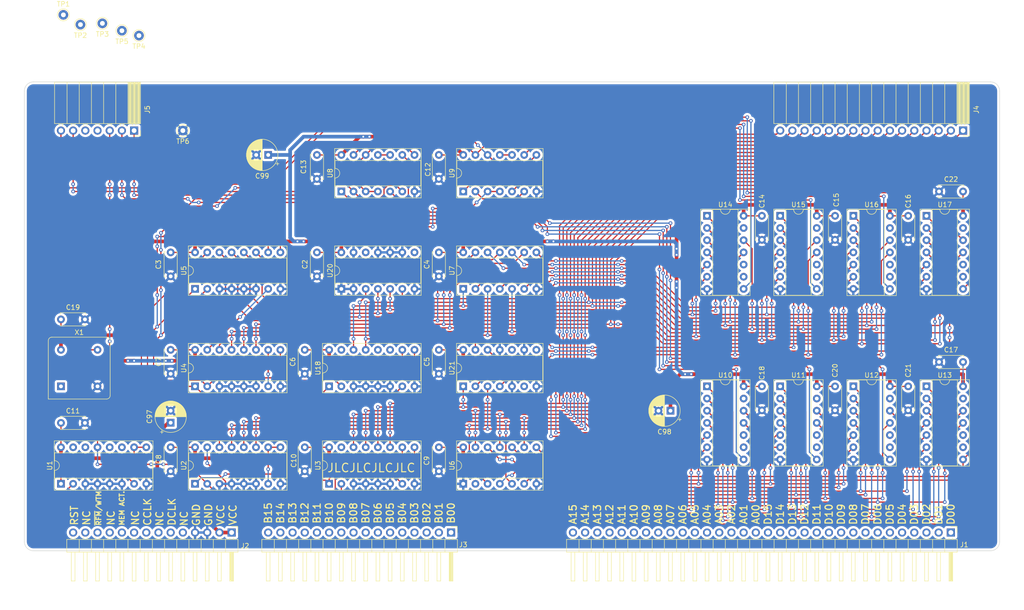
<source format=kicad_pcb>
(kicad_pcb (version 20221018) (generator pcbnew)
  (layers (0 "F.Cu" signal) (31 "B.Cu" signal) (34 "B.Paste" user) (35 "F.Paste" user) (36 "B.SilkS" user "B.Silkscreen") (37 "F.SilkS" user "F.Silkscreen") (38 "B.Mask" user) (39 "F.Mask" user) (44 "Edge.Cuts" user))
  (net 0 "")
  (net 1 "VCC")
  (net 2 "GND")
  (net 38 "/DATA_CLK")
  (net 40 "/CTL_CLK")
  (net 42 "/RFM")
  (net 59 "/WTM")
  (net 60 "/RESET")
  (net 62 "Net-(U1-CP)")
  (net 63 "/PIXEL_CLOCK")
  (net 64 "/COL_03")
  (net 65 "/COL_02")
  (net 66 "/COL_01")
  (net 67 "/COL_00")
  (net 68 "Net-(U2-TC)")
  (net 69 "/COL_07")
  (net 70 "/COL_06")
  (net 71 "/COL_05")
  (net 74 "/COL_04")
  (net 77 "/~{H_SYNC}")
  (net 78 "/ROW_03")
  (net 79 "/ROW_02")
  (net 80 "/ROW_01")
  (net 81 "/ROW_00")
  (net 82 "Net-(U4-TC)")
  (net 83 "/ROW_07")
  (net 84 "/ROW_06")
  (net 85 "/ROW_05")
  (net 86 "/ROW_04")
  (net 87 "Net-(U18-PE)")
  (net 88 "/~{COL_00}")
  (net 89 "/~{COL_01}")
  (net 90 "/~{COL_02}")
  (net 91 "/~{COL_03}")
  (net 92 "/~{COL_04}")
  (net 93 "/~{COL_05}")
  (net 94 "/~{COL_06}")
  (net 95 "/~{ROW_04}")
  (net 96 "/~{ROW_00}")
  (net 97 "/~{ROW_01}")
  (net 98 "/~{ROW_02}")
  (net 99 "/~{ROW_03}")
  (net 100 "/~{COL_INDEX_188}")
  (net 101 "/H_SYNC")
  (net 102 "/~{COL_INDEX_200}")
  (net 103 "/H_BLANK")
  (net 104 "/~{COL_INDEX_164}")
  (net 105 "Net-(U8-Pad10)")
  (net 106 "/~{COL_INDEX_160}")
  (net 107 "/~{ROW_INDEX_492}")
  (net 109 "Net-(U9-Pad2)")
  (net 110 "/V_SYNC")
  (net 111 "/~{ROW_INDEX_525}")
  (net 112 "/V_BLANK")
  (net 113 "/~{ROW_INDEX_490}")
  (net 114 "Net-(U9-Pad10)")
  (net 115 "/~{ROW_INDEX_480}")
  (net 116 "/ROW_05_06_07")
  (net 117 "/~{ROW_08}")
  (net 118 "/~{ROW_09}")
  (net 119 "/ROW_09")
  (net 120 "/ROW_08")
  (footprint "Capacitor_THT:C_Disc_D5.0mm_W2.5mm_P5.00mm" (layer "F.Cu") (at 137.16 66.04 -90)
    (fp_text reference "C12")
    (fp_text value "C")
  )
  (footprint "Capacitor_THT:C_Disc_D5.0mm_W2.5mm_P5.00mm" (layer "F.Cu") (at 81.28 86.36 -90)
    (fp_text reference "C3")
    (fp_text value "C")
  )
  (footprint "Connector_Pin:Pin_D1.0mm_L10.0mm" (layer "F.Cu") (at 83.82 60.96)
    (fp_text reference "TP6")
    (fp_text value "TestPoint")
  )
  (footprint "Package_DIP:DIP-14_W7.62mm_Socket" (layer "F.Cu") (at 193.04 114.3)
    (fp_text reference "U10")
    (fp_text value "74HC30")
  )
  (footprint "sixteen-bit-computer:peripheral-backplane-membank" (layer "F.Cu") (at 139.7 144.78 -90)
    (fp_text reference "J3")
    (fp_text value "peripheral_membank_connector")
  )
  (footprint "Capacitor_THT:CP_Radial_D6.3mm_P2.50mm" (layer "F.Cu") (at 81.28 121.88 90)
    (fp_text reference "C97")
    (fp_text value "C_Polarized")
  )
  (footprint "Capacitor_THT:C_Disc_D5.0mm_W2.5mm_P5.00mm" (layer "F.Cu") (at 111.76 66.04 -90)
    (fp_text reference "C13")
    (fp_text value "C")
  )
  (footprint "Connector_Pin:Pin_D1.0mm_L10.0mm" (layer "F.Cu") (at 58.928 36.83 180)
    (fp_text reference "TP1")
    (fp_text value "TestPoint")
  )
  (footprint "Package_DIP:DIP-14_W7.62mm_Socket" (layer "F.Cu") (at 208.28 78.74)
    (fp_text reference "U15")
    (fp_text value "74HC30")
  )
  (footprint "Package_DIP:DIP-14_W7.62mm_Socket" (layer "F.Cu") (at 238.76 78.74)
    (fp_text reference "U17")
    (fp_text value "74HC30")
  )
  (footprint "Connector_Pin:Pin_D1.0mm_L10.0mm" (layer "F.Cu") (at 62.484 38.862)
    (fp_text reference "TP2")
    (fp_text value "TestPoint")
  )
  (footprint "Package_DIP:DIP-14_W7.62mm_Socket" (layer "F.Cu") (at 223.52 78.74)
    (fp_text reference "U16")
    (fp_text value "74HC30")
  )
  (footprint "Capacitor_THT:C_Disc_D5.0mm_W2.5mm_P5.00mm" (layer "F.Cu") (at 137.16 111.68 90)
    (fp_text reference "C5")
    (fp_text value "C")
  )
  (footprint "Capacitor_THT:C_Disc_D5.0mm_W2.5mm_P5.00mm" (layer "F.Cu") (at 246.38 73.66 180)
    (fp_text reference "C22")
    (fp_text value "C")
  )
  (footprint "Capacitor_THT:C_Disc_D5.0mm_W2.5mm_P5.00mm" (layer "F.Cu") (at 137.16 127 -90)
    (fp_text reference "C9")
    (fp_text value "C")
  )
  (footprint "Capacitor_THT:C_Disc_D5.0mm_W2.5mm_P5.00mm" (layer "F.Cu") (at 81.28 132 90)
    (fp_text reference "C8")
    (fp_text value "C")
  )
  (footprint "Capacitor_THT:C_Disc_D5.0mm_W2.5mm_P5.00mm" (layer "F.Cu") (at 81.28 111.68 90)
    (fp_text reference "C7")
    (fp_text value "C")
  )
  (footprint "sixteen-bit-computer:peripheral-backplane-aux" (layer "F.Cu") (at 93.98 144.78)
    (fp_text reference "J2")
    (fp_text value "peripheral_aux_connector")
  )
  (footprint "Connector_Pin:Pin_D1.0mm_L10.0mm" (layer "F.Cu") (at 74.676 41.148)
    (fp_text reference "TP4")
    (fp_text value "TestPoint")
  )
  (footprint "Package_DIP:DIP-16_W7.62mm_Socket" (layer "F.Cu") (at 114.3 134.62 90)
    (fp_text reference "U3")
    (fp_text value "74HC161")
  )
  (footprint "Package_DIP:DIP-14_W7.62mm_Socket" (layer "F.Cu") (at 208.28 114.3)
    (fp_text reference "U11")
    (fp_text value "74HC30")
  )
  (footprint "Package_DIP:DIP-14_W7.62mm_Socket" (layer "F.Cu") (at 142.235 114.3 90)
    (fp_text reference "U21")
    (fp_text value "74HC04")
  )
  (footprint "Capacitor_THT:C_Disc_D5.0mm_W2.5mm_P5.00mm" (layer "F.Cu") (at 246.38 109.22 180)
    (fp_text reference "C17")
    (fp_text value "C")
  )
  (footprint "Capacitor_THT:C_Disc_D5.0mm_W2.5mm_P5.00mm" (layer "F.Cu") (at 219.71 78.74 -90)
    (fp_text reference "C15")
    (fp_text value "C")
  )
  (footprint "Capacitor_THT:C_Disc_D5.0mm_W2.5mm_P5.00mm" (layer "F.Cu") (at 111.76 91.36 90)
    (fp_text reference "C2")
    (fp_text value "C")
  )
  (footprint "Package_DIP:DIP-14_W7.62mm_Socket" (layer "F.Cu") (at 116.84 93.98 90)
    (fp_text reference "U20")
    (fp_text value "74HC11")
  )
  (footprint "Capacitor_THT:C_Disc_D5.0mm_W2.5mm_P5.00mm" (layer "F.Cu") (at 219.71 114.3 -90)
    (fp_text reference "C20")
    (fp_text value "C")
  )
  (footprint "Capacitor_THT:C_Disc_D5.0mm_W2.5mm_P5.00mm" (layer "F.Cu") (at 58.42 100.33)
    (fp_text reference "C19")
    (fp_text value "C")
  )
  (footprint "Capacitor_THT:C_Disc_D5.0mm_W2.5mm_P5.00mm" (layer "F.Cu") (at 109.22 111.68 90)
    (fp_text reference "C6")
    (fp_text value "C")
  )
  (footprint "Connector_Pin:Pin_D1.0mm_L10.0mm" (layer "F.Cu") (at 71.12 40.132)
    (fp_text reference "TP5")
    (fp_text value "TestPoint")
  )
  (footprint "Package_DIP:DIP-14_W7.62mm_Socket" (layer "F.Cu") (at 142.24 93.98 90)
    (fp_text reference "U7")
    (fp_text value "74HC04")
  )
  (footprint "Capacitor_THT:CP_Radial_D6.3mm_P2.50mm" (layer "F.Cu") (at 101.6 66.04 180)
    (fp_text reference "C99")
    (fp_text value "C_Polarized")
  )
  (footprint "Connector_PinSocket_2.54mm:PinSocket_1x07_P2.54mm_Horizontal" (layer "F.Cu") (at 73.66 60.96 -90)
    (fp_text reference "J5")
    (fp_text value "video_aux")
  )
  (footprint "Oscillator:Oscillator_DIP-8" (layer "F.Cu") (at 58.42 114.3)
    (fp_text reference "X1")
    (fp_text value "CXO_DIP8")
  )
  (footprint "Capacitor_THT:C_Disc_D5.0mm_W2.5mm_P5.00mm" (layer "F.Cu") (at 234.95 78.74 -90)
    (fp_text reference "C16")
    (fp_text value "C")
  )
  (footprint "Package_DIP:DIP-14_W7.62mm_Socket" (layer "F.Cu") (at 193.04 78.74)
    (fp_text reference "U14")
    (fp_text value "74HC30")
  )
  (footprint "Package_DIP:DIP-14_W7.62mm_Socket" (layer "F.Cu") (at 116.84 73.66 90)
    (fp_text reference "U8")
    (fp_text value "74HC00")
  )
  (footprint "Capacitor_THT:C_Disc_D5.0mm_W2.5mm_P5.00mm" (layer "F.Cu") (at 204.47 78.74 -90)
    (fp_text reference "C14")
    (fp_text value "C")
  )
  (footprint "Capacitor_THT:C_Disc_D5.0mm_W2.5mm_P5.00mm" (layer "F.Cu") (at 58.42 121.92)
    (fp_text reference "C11")
    (fp_text value "C")
  )
  (footprint "Package_DIP:DIP-16_W7.62mm_Socket" (layer "F.Cu") (at 114.3 114.3 90)
    (fp_text reference "U18")
    (fp_text value "74HC161")
  )
  (footprint "Capacitor_THT:C_Disc_D5.0mm_W2.5mm_P5.00mm" (layer "F.Cu") (at 137.16 91.36 90)
    (fp_text reference "C4")
    (fp_text value "C")
  )
  (footprint "Connector_Pin:Pin_D1.0mm_L10.0mm" (layer "F.Cu") (at 67.056 38.608)
    (fp_text reference "TP3")
    (fp_text value "TestPoint")
  )
  (footprint "Package_DIP:DIP-14_W7.62mm_Socket" (layer "F.Cu") (at 142.24 73.66 90)
    (fp_text reference "U9")
    (fp_text value "74HC00")
  )
  (footprint "Connector_PinSocket_2.54mm:PinSocket_1x16_P2.54mm_Horizontal" (layer "F.Cu") (at 246.38 60.96 -90)
    (fp_text reference "J4")
    (fp_text value "Conn_01x16_Socket")
  )
  (footprint "Capacitor_THT:C_Disc_D5.0mm_W2.5mm_P5.00mm" (layer "F.Cu") (at 234.95 114.3 -90)
    (fp_text reference "C21")
    (fp_text value "C")
  )
  (footprint "Capacitor_THT:CP_Radial_D6.3mm_P2.50mm" (layer "F.Cu") (at 185.42 119.38 180)
    (fp_text reference "C98")
    (fp_text value "C_Polarized")
  )
  (footprint "Capacitor_THT:C_Disc_D5.0mm_W2.5mm_P5.00mm" (layer "F.Cu") (at 204.47 114.3 -90)
    (fp_text reference "C18")
    (fp_text value "C")
  )
  (footprint "Package_DIP:DIP-16_W7.62mm_Socket" (layer "F.Cu") (at 58.42 134.62 90)
    (fp_text reference "U1")
    (fp_text value "74HC161")
  )
  (footprint "Package_DIP:DIP-16_W7.62mm_Socket" (layer "F.Cu") (at 86.36 93.98 90)
    (fp_text reference "U5")
    (fp_text value "74HC161")
  )
  (footprint "sixteen-bit-computer:peripheral-backplane-data-addr-anno" (layer "F.Cu") (at 243.84 144.78 -90)
    (fp_text reference "J1")
    (fp_text value "peripheral_addr_bus_connector")
  )
  (footprint "Package_DIP:DIP-14_W7.62mm_Socket" (layer "F.Cu") (at 238.76 114.3)
    (fp_text reference "U13")
    (fp_text value "74HC30")
  )
  (footprint "Package_DIP:DIP-16_W7.62mm_Socket" (layer "F.Cu") (at 86.36 134.62 90)
    (fp_text reference "U2")
    (fp_text value "74HC161")
  )
  (footprint "Capacitor_THT:C_Disc_D5.0mm_W2.5mm_P5.00mm" (layer "F.Cu") (at 109.22 127 -90)
    (fp_text reference "C10")
    (fp_text value "C")
  )
  (footprint "Package_DIP:DIP-14_W7.62mm_Socket" (layer "F.Cu") (at 142.24 134.62 90)
    (fp_text reference "U6")
    (fp_text value "74HC04")
  )
  (footprint "Package_DIP:DIP-14_W7.62mm_Socket" (layer "F.Cu") (at 223.52 114.3)
    (fp_text reference "U12")
    (fp_text value "74HC30")
  )
  (footprint "Package_DIP:DIP-16_W7.62mm_Socket" (layer "F.Cu") (at 86.36 114.3 90)
    (fp_text reference "U4")
    (fp_text value "74HC161")
  )
  (gr_line (start 254 52.705) (end 254 146.685) (stroke (width 0.1)) (layer "Edge.Cuts"))
  (gr_arc (start 254 146.685) (mid 253.442038 148.032038) (end 252.095 148.59) (stroke (width 0.1)) (layer "Edge.Cuts"))
  (gr_arc (start 52.705 148.59) (mid 51.357962 148.032038) (end 50.8 146.685) (stroke (width 0.1)) (layer "Edge.Cuts"))
  (gr_line (start 50.8 146.685) (end 50.8 52.705) (stroke (width 0.1)) (layer "Edge.Cuts"))
  (gr_arc (start 50.8 52.705) (mid 51.357962 51.357962) (end 52.705 50.8) (stroke (width 0.1)) (layer "Edge.Cuts"))
  (gr_line (start 252.095 148.59) (end 52.705 148.59) (stroke (width 0.1)) (layer "Edge.Cuts"))
  (gr_arc (start 252.095 50.8) (mid 253.442038 51.357962) (end 254 52.705) (stroke (width 0.1)) (layer "Edge.Cuts"))
  (gr_line (start 52.705 50.8) (end 252.095 50.8) (stroke (width 0.1)) (layer "Edge.Cuts"))
  (gr_text "JLCJLCJLCJLC" (at 113.792 132.334) (layer "F.SilkS") (effects (font (size 1.778 1.778) (thickness 0.2286)) (justify left bottom)))
  (segment (start 186.69 93.726) (end 186.69 79.502) (width 0.762) (layer "F.Cu") (net 1))
  (segment (start 132.08 108.966) (end 129.54 108.966) (width 0.762) (layer "F.Cu") (net 1))
  (segment (start 101.6 84.328) (end 101.346 84.074) (width 0.254) (layer "F.Cu") (net 1))
  (segment (start 78.486 129.286) (end 78.486 124.206) (width 0.762) (layer "F.Cu") (net 1))
  (segment (start 215.9 78.74) (end 215.9 76.454) (width 0.762) (layer "F.Cu") (net 1))
  (segment (start 80.812 121.88) (end 78.486 124.206) (width 0.762) (layer "F.Cu") (net 1))
  (segment (start 231.14 76.454) (end 244.856 76.454) (width 0.762) (layer "F.Cu") (net 1))
  (segment (start 120.65 62.23) (end 116.84 66.04) (width 0.762) (layer "F.Cu") (net 1))
  (segment (start 86.36 108.966) (end 86.36 106.68) (width 0.762) (layer "F.Cu") (net 1))
  (segment (start 104.14 127) (end 101.6 127) (width 0.254) (layer "F.Cu") (net 1))
  (segment (start 246.38 73.66) (end 246.38 76.454) (width 0.254) (layer "F.Cu") (net 1))
  (segment (start 78.486 124.206) (end 70.104 115.824) (width 0.762) (layer "F.Cu") (net 1))
  (segment (start 142.24 108.966) (end 132.08 108.966) (width 0.762) (layer "F.Cu") (net 1))
  (segment (start 246.38 83.82) (end 244.856 82.296) (width 0.254) (layer "F.Cu") (net 1))
  (segment (start 86.36 84.074) (end 101.346 84.074) (width 0.762) (layer "F.Cu") (net 1))
  (segment (start 116.84 84.074) (end 142.24 84.074) (width 0.762) (layer "F.Cu") (net 1))
  (segment (start 159.766 84.074) (end 161.036 84.074) (width 0.762) (layer "F.Cu") (net 1))
  (segment (start 101.6 127) (end 101.6 129.286) (width 0.254) (layer "F.Cu") (net 1))
  (segment (start 200.66 78.74) (end 200.66 76.454) (width 0.762) (layer "F.Cu") (net 1))
  (segment (start 86.36 108.966) (end 81.534 108.966) (width 0.762) (layer "F.Cu") (net 1))
  (segment (start 58.42 134.62) (end 58.42 132.842) (width 0.254) (layer "F.Cu") (net 1))
  (segment (start 132.08 129.286) (end 142.24 129.286) (width 0.762) (layer "F.Cu") (net 1))
  (segment (start 72.39 108.966) (end 70.104 108.966) (width 0.762) (layer "F.Cu") (net 1))
  (segment (start 73.66 127) (end 73.66 129.286) (width 0.254) (layer "F.Cu") (net 1))
  (segment (start 86.36 86.36) (end 86.36 84.074) (width 0.762) (layer "F.Cu") (net 1))
  (segment (start 76.708 84.074) (end 86.36 84.074) (width 0.762) (layer "F.Cu") (net 1))
  (segment (start 129.54 127) (end 129.54 129.286) (width 0.254) (layer "F.Cu") (net 1))
  (segment (start 142.24 66.04) (end 138.43 62.23) (width 0.762) (layer "F.Cu") (net 1))
  (segment (start 200.66 76.454) (end 215.9 76.454) (width 0.762) (layer "F.Cu") (net 1))
  (segment (start 104.14 108.966) (end 101.6 108.966) (width 0.762) (layer "F.Cu") (net 1))
  (segment (start 78.486 129.286) (end 86.36 129.286) (width 0.762) (layer "F.Cu") (net 1))
  (segment (start 215.9 111.76) (end 215.9 114.3) (width 0.762) (layer "F.Cu") (net 1))
  (segment (start 70.104 103.632) (end 58.42 103.632) (width 0.762) (layer "F.Cu") (net 1))
  (segment (start 122.682 62.23) (end 121.412 62.23) (width 0.762) (layer "F.Cu") (net 1))
  (segment (start 58.42 127) (end 58.42 129.286) (width 0.762) (layer "F.Cu") (net 1))
  (segment (start 244.856 82.296) (end 244.856 76.454) (width 0.254) (layer "F.Cu") (net 1))
  (segment (start 244.856 76.454) (end 246.38 76.454) (width 0.762) (layer "F.Cu") (net 1))
  (segment (start 109.22 106.68) (end 114.3 106.68) (width 0.254) (layer "F.Cu") (net 1))
  (segment (start 91.44 144.78) (end 78.486 131.826) (width 0.762) (layer "F.Cu") (net 1))
  (segment (start 200.66 111.76) (end 200.66 114.3) (width 0.762) (layer "F.Cu") (net 1))
  (segment (start 138.43 62.23) (end 122.682 62.23) (width 0.762) (layer "F.Cu") (net 1))
  (segment (start 142.235 108.961) (end 142.24 108.966) (width 0.762) (layer "F.Cu") (net 1))
  (segment (start 70.104 115.824) (end 70.104 108.966) (width 0.762) (layer "F.Cu") (net 1))
  (segment (start 70.104 103.632) (end 70.104 90.678) (width 0.762) (layer "F.Cu") (net 1))
  (segment (start 142.24 129.286) (end 142.24 127) (width 0.762) (layer "F.Cu") (net 1))
  (segment (start 231.14 111.76) (end 231.14 114.3) (width 0.762) (layer "F.Cu") (net 1))
  (segment (start 129.54 108.966) (end 114.3 108.966) (width 0.762) (layer "F.Cu") (net 1))
  (segment (start 73.66 108.966) (end 72.39 108.966) (width 0.762) (layer "F.Cu") (net 1))
  (segment (start 104.14 84.074) (end 116.84 84.074) (width 0.762) (layer "F.Cu") (net 1))
  (segment (start 132.08 106.68) (end 132.08 108.966) (width 0.254) (layer "F.Cu") (net 1))
  (segment (start 204.47 114.3) (end 200.66 114.3) (width 0.254) (layer "F.Cu") (net 1))
  (segment (start 132.08 127) (end 132.08 129.286) (width 0.254) (layer "F.Cu") (net 1))
  (segment (start 104.14 106.68) (end 104.14 108.966) (width 0.254) (layer "F.Cu") (net 1))
  (segment (start 114.3 108.966) (end 104.14 108.966) (width 0.762) (layer "F.Cu") (net 1))
  (segment (start 137.16 127) (end 142.24 127) (width 0.254) (layer "F.Cu") (net 1))
  (segment (start 101.6 111.76) (end 101.6 108.966) (width 0.254) (layer "F.Cu") (net 1))
  (segment (start 71.882 132.842) (end 58.42 132.842) (width 0.254) (layer "F.Cu") (net 1))
  (segment (start 58.42 129.286) (end 73.66 129.286) (width 0.762) (layer "F.Cu") (net 1))
  (segment (start 215.9 111.76) (end 200.66 111.76) (width 0.762) (layer "F.Cu") (net 1))
  (segment (start 219.71 78.74) (end 215.9 78.74) (width 0.254) (layer "F.Cu") (net 1))
  (segment (start 58.42 132.842) (end 58.42 129.286) (width 0.254) (layer "F.Cu") (net 1))
  (segment (start 101.6 86.36) (end 101.6 84.328) (width 0.254) (layer "F.Cu") (net 1))
  (segment (start 121.412 62.23) (end 120.65 62.23) (width 0.762) (layer "F.Cu") (net 1))
  (segment (start 81.28 106.68) (end 86.36 106.68) (width 0.254) (layer "F.Cu") (net 1))
  (segment (start 234.95 114.3) (end 231.14 114.3) (width 0.254) (layer "F.Cu") (net 1))
  (segment (start 101.6 106.68) (end 101.6 108.966) (width 0.254) (layer "F.Cu") (net 1))
  (segment (start 190.754 111.76) (end 187.452 111.76) (width 0.762) (layer "F.Cu") (net 1))
  (segment (start 73.66 134.62) (end 71.882 132.842) (width 0.254) (layer "F.Cu") (net 1))
  (segment (start 219.71 114.3) (end 215.9 114.3) (width 0.254) (layer "F.Cu") (net 1))
  (segment (start 101.346 84.074) (end 104.14 84.074) (width 0.762) (layer "F.Cu") (net 1))
  (segment (start 129.54 129.286) (end 132.08 129.286) (width 0.762) (layer "F.Cu") (net 1))
  (segment (start 246.38 76.454) (end 246.38 78.74) (width 0.762) (layer "F.Cu") (net 1))
  (segment (start 101.6 131.572) (end 101.6 129.286) (width 0.254) (layer "F.Cu") (net 1))
  (segment (start 111.76 86.36) (end 116.84 86.36) (width 0.254) (layer "F.Cu") (net 1))
  (segment (start 185.42 113.792) (end 185.42 119.38) (width 0.762) (layer "F.Cu") (net 1))
  (segment (start 81.534 108.966) (end 80.264 108.966) (width 0.762) (layer "F.Cu") (net 1))
  (segment (start 137.16 66.04) (end 142.24 66.04) (width 0.254) (layer "F.Cu") (net 1))
  (segment (start 70.104 90.678) (end 76.708 84.074) (width 0.762) (layer "F.Cu") (net 1))
  (segment (start 101.6 129.286) (end 114.3 129.286) (width 0.762) (layer "F.Cu") (net 1))
  (segment (start 58.42 103.632) (end 58.42 106.68) (width 0.762) (layer "F.Cu") (net 1))
  (segment (start 81.28 86.36) (end 86.36 86.36) (width 0.254) (layer "F.Cu") (net 1))
  (segment (start 187.452 111.76) (end 185.42 113.792) (width 0.762) (layer "F.Cu") (net 1))
  (segment (start 114.3 108.966) (end 114.3 106.68) (width 0.762) (layer "F.Cu") (net 1))
  (segment (start 86.36 129.286) (end 101.6 129.286) (width 0.762) (layer "F.Cu") (net 1))
  (segment (start 142.24 84.074) (end 159.766 84.074) (width 0.762) (layer "F.Cu") (net 1))
  (segment (start 200.66 111.76) (end 190.754 111.76) (width 0.762) (layer "F.Cu") (net 1))
  (segment (start 129.54 106.68) (end 129.54 108.966) (width 0.254) (layer "F.Cu") (net 1))
  (segment (start 231.14 78.74) (end 231.14 76.454) (width 0.762) (layer "F.Cu") (net 1))
  (segment (start 93.98 144.78) (end 91.44 144.78) (width 0.762) (layer "F.Cu") (net 1))
  (segment (start 73.66 127) (end 76.2 127) (width 0.254) (layer "F.Cu") (net 1))
  (segment (start 204.47 78.74) (end 200.66 78.74) (width 0.254) (layer "F.Cu") (net 1))
  (segment (start 86.36 127) (end 86.36 129.286) (width 0.762) (layer "F.Cu") (net 1))
  (segment (start 70.104 108.966) (end 70.104 103.632) (width 0.762) (layer "F.Cu") (net 1))
  (segment (start 116.84 84.074) (end 116.84 86.36) (width 0.762) (layer "F.Cu") (net 1))
  (segment (start 109.22 127) (end 114.3 127) (width 0.254) (layer "F.Cu") (net 1))
  (segment (start 114.3 129.286) (end 129.54 129.286) (width 0.762) (layer "F.Cu") (net 1))
  (segment (start 81.28 127) (end 86.36 127) (width 0.254) (layer "F.Cu") (net 1))
  (segment (start 246.38 111.76) (end 231.14 111.76) (width 0.762) (layer "F.Cu") (net 1))
  (segment (start 190.754 111.76) (end 189.738 111.76) (width 0.762) (layer "F.Cu") (net 1))
  (segment (start 73.66 129.286) (end 78.486 129.286) (width 0.762) (layer "F.Cu") (net 1))
  (segment (start 58.42 100.33) (end 58.42 103.632) (width 0.254) (layer "F.Cu") (net 1))
  (segment (start 189.738 111.76) (end 188.468 111.76) (width 0.762) (layer "F.Cu") (net 1))
  (segment (start 215.9 76.454) (end 231.14 76.454) (width 0.762) (layer "F.Cu") (net 1))
  (segment (start 234.95 78.74) (end 231.14 78.74) (width 0.254) (layer "F.Cu") (net 1))
  (segment (start 142.24 84.074) (end 142.24 86.36) (width 0.762) (layer "F.Cu") (net 1))
  (segment (start 58.42 121.92) (end 58.42 127) (width 0.254) (layer "F.Cu") (net 1))
  (segment (start 81.28 121.88) (end 80.812 121.88) (width 0.762) (layer "F.Cu") (net 1))
  (segment (start 111.76 66.04) (end 116.84 66.04) (width 0.254) (layer "F.Cu") (net 1))
  (segment (start 104.14 86.36) (end 104.14 84.074) (width 0.254) (layer "F.Cu") (net 1))
  (segment (start 78.486 131.826) (end 78.486 129.286) (width 0.762) (layer "F.Cu") (net 1))
  (segment (start 114.3 127) (end 114.3 129.286) (width 0.762) (layer "F.Cu") (net 1))
  (segment (start 200.66 76.454) (end 189.738 76.454) (width 0.762) (layer "F.Cu") (net 1))
  (segment (start 137.16 106.68) (end 142.235 106.68) (width 0.254) (layer "F.Cu") (net 1))
  (segment (start 137.16 86.36) (end 142.24 86.36) (width 0.254) (layer "F.Cu") (net 1))
  (segment (start 231.14 111.76) (end 215.9 111.76) (width 0.762) (layer "F.Cu") (net 1))
  (segment (start 101.6 108.966) (end 86.36 108.966) (width 0.762) (layer "F.Cu") (net 1))
  (segment (start 186.69 79.502) (end 189.738 76.454) (width 0.762) (layer "F.Cu") (net 1))
  (segment (start 142.235 106.68) (end 142.235 108.961) (width 0.762) (layer "F.Cu") (net 1))
  (segment (start 246.38 114.3) (end 246.38 111.76) (width 0.762) (layer "F.Cu") (net 1))
  (via (at 122.682 62.23) (size 0.762) (drill 0.381) (layers "F.Cu" "B.Cu") (net 1))
  (via (at 188.468 111.76) (size 0.762) (drill 0.381) (layers "F.Cu" "B.Cu") (net 1))
  (via (at 81.534 108.966) (size 0.762) (drill 0.381) (layers "F.Cu" "B.Cu") (net 1))
  (via (at 108.966 84.074) (size 0.762) (drill 0.381) (layers "F.Cu" "B.Cu") (net 1))
  (via (at 186.69 86.868) (size 0.762) (drill 0.381) (layers "F.Cu" "B.Cu") (net 1))
  (via (at 161.036 84.074) (size 0.762) (drill 0.381) (layers "F.Cu" "B.Cu") (net 1))
  (via (at 121.412 62.23) (size 0.762) (drill 0.381) (layers "F.Cu" "B.Cu") (net 1))
  (via (at 186.69 93.726) (size 0.762) (drill 0.381) (layers "F.Cu" "B.Cu") (net 1))
  (via (at 186.69 85.598) (size 0.762) (drill 0.381) (layers "F.Cu" "B.Cu") (net 1))
  (via (at 73.66 108.966) (size 0.762) (drill 0.381) (layers "F.Cu" "B.Cu") (net 1))
  (via (at 80.264 108.966) (size 0.762) (drill 0.381) (layers "F.Cu" "B.Cu") (net 1))
  (via (at 101.6 111.76) (size 0.762) (drill 0.381) (layers "F.Cu" "B.Cu") (net 1))
  (via (at 101.6 131.572) (size 0.762) (drill 0.381) (layers "F.Cu" "B.Cu") (net 1))
  (via (at 186.69 92.456) (size 0.762) (drill 0.381) (layers "F.Cu" "B.Cu") (net 1))
  (via (at 189.738 111.76) (size 0.762) (drill 0.381) (layers "F.Cu" "B.Cu") (net 1))
  (via (at 72.39 108.966) (size 0.762) (drill 0.381) (layers "F.Cu" "B.Cu") (net 1))
  (via (at 159.766 84.074) (size 0.762) (drill 0.381) (layers "F.Cu" "B.Cu") (net 1))
  (via (at 107.696 84.074) (size 0.762) (drill 0.381) (layers "F.Cu" "B.Cu") (net 1))
  (segment (start 246.38 109.22) (end 246.38 114.3) (width 0.254) (layer "B.Cu") (net 1))
  (segment (start 101.6 134.62) (end 101.6 131.572) (width 0.254) (layer "B.Cu") (net 1))
  (segment (start 101.6 66.04) (end 106.172 66.04) (width 0.762) (layer "B.Cu") (net 1))
  (segment (start 186.182 84.074) (end 159.766 84.074) (width 0.762) (layer "B.Cu") (net 1))
  (segment (start 106.172 65.024) (end 106.172 66.04) (width 0.762) (layer "B.Cu") (net 1))
  (segment (start 108.966 62.23) (end 106.172 65.024) (width 0.762) (layer "B.Cu") (net 1))
  (segment (start 186.69 85.598) (end 186.69 86.868) (width 0.762) (layer "B.Cu") (net 1))
  (segment (start 107.696 84.074) (end 108.966 84.074) (width 0.762) (layer "B.Cu") (net 1))
  (segment (start 189.738 111.76) (end 187.96 111.76) (width 0.762) (layer "B.Cu") (net 1))
  (segment (start 186.69 110.49) (end 186.69 93.726) (width 0.762) (layer "B.Cu") (net 1))
  (segment (start 186.69 85.598) (end 186.69 84.582) (width 0.762) (layer "B.Cu") (net 1))
  (segment (start 106.172 83.312) (end 106.934 84.074) (width 0.762) (layer "B.Cu") (net 1))
  (segment (start 186.69 93.726) (end 186.69 92.456) (width 0.762) (layer "B.Cu") (net 1))
  (segment (start 72.39 108.966) (end 81.534 108.966) (width 0.762) (layer "B.Cu") (net 1))
  (segment (start 106.934 84.074) (end 107.696 84.074) (width 0.762) (layer "B.Cu") (net 1))
  (segment (start 106.172 66.04) (end 106.172 83.312) (width 0.762) (layer "B.Cu") (net 1))
  (segment (start 122.682 62.23) (end 108.966 62.23) (width 0.762) (layer "B.Cu") (net 1))
  (segment (start 186.69 84.582) (end 186.182 84.074) (width 0.762) (layer "B.Cu") (net 1))
  (segment (start 187.96 111.76) (end 186.69 110.49) (width 0.762) (layer "B.Cu") (net 1))
  (segment (start 101.6 114.3) (end 101.6 111.76) (width 0.254) (layer "B.Cu") (net 1))
  (segment (start 56.134 135.382) (end 56.134 113.03) (width 0.254) (layer "F.Cu") (net 62))
  (segment (start 56.134 113.03) (end 62.484 106.68) (width 0.254) (layer "F.Cu") (net 62))
  (segment (start 57.15 136.398) (end 56.134 135.382) (width 0.254) (layer "F.Cu") (net 62))
  (segment (start 60.96 134.62) (end 59.182 136.398) (width 0.254) (layer "F.Cu") (net 62))
  (segment (start 62.484 106.68) (end 66.04 106.68) (width 0.254) (layer "F.Cu") (net 62))
  (segment (start 59.182 136.398) (end 57.15 136.398) (width 0.254) (layer "F.Cu") (net 62))
  (segment (start 66.04 119.888) (end 66.04 127) (width 0.254) (layer "F.Cu") (net 63))
  (segment (start 115.062 138.176) (end 116.84 136.398) (width 0.254) (layer "F.Cu") (net 63))
  (segment (start 88.9 134.62) (end 92.456 138.176) (width 0.254) (layer "F.Cu") (net 63))
  (segment (start 68.58 104.902) (end 68.58 117.348) (width 0.254) (layer "F.Cu") (net 63))
  (segment (start 84.836 130.556) (end 88.9 134.62) (width 0.254) (layer "F.Cu") (net 63))
  (segment (start 68.58 102.362) (end 68.58 74.422) (width 0.254) (layer "F.Cu") (net 63))
  (segment (start 116.84 136.398) (end 116.84 134.62) (width 0.254) (layer "F.Cu") (net 63))
  (segment (start 68.58 72.136) (end 68.58 60.96) (width 0.254) (layer "F.Cu") (net 63))
  (segment (start 92.456 138.176) (end 115.062 138.176) (width 0.254) (layer "F.Cu") (net 63))
  (segment (start 79.756 130.556) (end 84.836 130.556) (width 0.254) (layer "F.Cu") (net 63))
  (segment (start 66.04 130.556) (end 77.216 130.556) (width 0.254) (layer "F.Cu") (net 63))
  (segment (start 68.58 117.348) (end 66.04 119.888) (width 0.254) (layer "F.Cu") (net 63))
  (via (at 68.58 72.136) (size 0.762) (drill 0.381) (layers "F.Cu" "B.Cu") (net 63))
  (via (at 79.756 130.556) (size 0.762) (drill 0.381) (layers "F.Cu" "B.Cu") (net 63))
  (via (at 66.04 130.556) (size 0.762) (drill 0.381) (layers "F.Cu" "B.Cu") (net 63))
  (via (at 68.58 104.902) (size 0.762) (drill 0.381) (layers "F.Cu" "B.Cu") (net 63))
  (via (at 68.58 74.422) (size 0.762) (drill 0.381) (layers "F.Cu" "B.Cu") (net 63))
  (via (at 77.216 130.556) (size 0.762) (drill 0.381) (layers "F.Cu" "B.Cu") (net 63))
  (via (at 68.58 102.362) (size 0.762) (drill 0.381) (layers "F.Cu" "B.Cu") (net 63))
  (segment (start 68.58 74.422) (end 68.58 72.136) (width 0.254) (layer "B.Cu") (net 63))
  (segment (start 77.216 130.556) (end 79.756 130.556) (width 0.254) (layer "B.Cu") (net 63))
  (segment (start 68.58 102.362) (end 68.58 104.902) (width 0.254) (layer "B.Cu") (net 63))
  (segment (start 66.04 127) (end 66.04 130.556) (width 0.254) (layer "B.Cu") (net 63))
  (segment (start 165.354 95.25) (end 165.354 82.804) (width 0.254) (layer "F.Cu") (net 64))
  (segment (start 165.354 82.804) (end 183.388 64.77) (width 0.254) (layer "F.Cu") (net 64))
  (segment (start 234.696 125.984) (end 238.76 121.92) (width 0.254) (layer "F.Cu") (net 64))
  (segment (start 234.696 132.08) (end 234.696 125.984) (width 0.254) (layer "F.Cu") (net 64))
  (segment (start 167.894 120.904) (end 183.134 136.144) (width 0.254) (layer "F.Cu") (net 64))
  (segment (start 183.388 64.77) (end 214.63 64.77) (width 0.254) (layer "F.Cu") (net 64))
  (segment (start 165.354 120.904) (end 167.894 120.904) (width 0.254) (layer "F.Cu") (net 64))
  (segment (start 99.06 123.952) (end 99.06 127) (width 0.254) (layer "F.Cu") (net 64))
  (segment (start 225.044 132.334) (end 225.044 123.444) (width 0.254) (layer "F.Cu") (net 64))
  (segment (start 225.044 123.444) (end 223.52 121.92) (width 0.254) (layer "F.Cu") (net 64))
  (segment (start 165.354 116.332) (end 165.354 102.87) (width 0.254) (layer "F.Cu") (net 64))
  (segment (start 183.134 136.144) (end 234.696 136.144) (width 0.254) (layer "F.Cu") (net 64))
  (segment (start 214.63 64.77) (end 218.44 60.96) (width 0.254) (layer "F.Cu") (net 64))
  (segment (start 154.94 120.904) (end 165.354 120.904) (width 0.254) (layer "F.Cu") (net 64))
  (segment (start 154.94 127) (end 154.94 123.952) (width 0.254) (layer "F.Cu") (net 64))
  (segment (start 99.06 120.904) (end 154.94 120.904) (width 0.254) (layer "F.Cu") (net 64))
  (via (at 165.354 102.87) (size 0.762) (drill 0.381) (layers "F.Cu" "B.Cu") (net 64))
  (via (at 225.044 132.334) (size 0.762) (drill 0.381) (layers "F.Cu" "B.Cu") (net 64))
  (via (at 234.696 132.08) (size 0.762) (drill 0.381) (layers "F.Cu" "B.Cu") (net 64))
  (via (at 154.94 123.952) (size 0.762) (drill 0.381) (layers "F.Cu" "B.Cu") (net 64))
  (via (at 234.696 136.144) (size 0.762) (drill 0.381) (layers "F.Cu" "B.Cu") (net 64))
  (via (at 165.354 120.904) (size 0.762) (drill 0.381) (layers "F.Cu" "B.Cu") (net 64))
  (via (at 165.354 95.25) (size 0.762) (drill 0.381) (layers "F.Cu" "B.Cu") (net 64))
  (via (at 99.06 120.904) (size 0.762) (drill 0.381) (layers "F.Cu" "B.Cu") (net 64))
  (via (at 165.354 116.332) (size 0.762) (drill 0.381) (layers "F.Cu" "B.Cu") (net 64))
  (via (at 154.94 120.904) (size 0.762) (drill 0.381) (layers "F.Cu" "B.Cu") (net 64))
  (via (at 99.06 123.952) (size 0.762) (drill 0.381) (layers "F.Cu" "B.Cu") (net 64))
  (via (at 225.044 136.144) (size 0.762) (drill 0.381) (layers "F.Cu" "B.Cu") (net 64))
  (segment (start 165.354 95.25) (end 165.354 102.87) (width 0.254) (layer "B.Cu") (net 64))
  (segment (start 225.044 136.144) (end 225.044 132.334) (width 0.254) (layer "B.Cu") (net 64))
  (segment (start 99.06 120.904) (end 99.06 123.952) (width 0.254) (layer "B.Cu") (net 64))
  (segment (start 154.94 123.952) (end 154.94 120.904) (width 0.254) (layer "B.Cu") (net 64))
  (segment (start 165.354 120.904) (end 165.354 116.332) (width 0.254) (layer "B.Cu") (net 64))
  (segment (start 234.696 136.144) (end 234.696 132.08) (width 0.254) (layer "B.Cu") (net 64))
  (segment (start 151.13 133.35) (end 151.13 123.952) (width 0.254) (layer "F.Cu") (net 65))
  (segment (start 166.116 83.312) (end 183.896 65.532) (width 0.254) (layer "F.Cu") (net 65))
  (segment (start 226.06 131.318) (end 226.06 121.92) (width 0.254) (layer "F.Cu") (net 65))
  (segment (start 183.896 65.532) (end 216.408 65.532) (width 0.254) (layer "F.Cu") (net 65))
  (segment (start 96.52 121.666) (end 151.13 121.666) (width 0.254) (layer "F.Cu") (net 65))
  (segment (start 211.582 122.682) (end 208.28 119.38) (width 0.254) (layer "F.Cu") (net 65))
  (segment (start 166.116 121.666) (end 167.386 121.666) (width 0.254) (layer "F.Cu") (net 65))
  (segment (start 96.52 127) (end 96.52 123.952) (width 0.254) (layer "F.Cu") (net 65))
  (segment (start 216.408 65.532) (end 220.98 60.96) (width 0.254) (layer "F.Cu") (net 65))
  (segment (start 151.13 121.666) (end 166.116 121.666) (width 0.254) (layer "F.Cu") (net 65))
  (segment (start 166.116 117.094) (end 166.116 103.632) (width 0.254) (layer "F.Cu") (net 65))
  (segment (start 166.116 96.012) (end 166.116 83.312) (width 0.254) (layer "F.Cu") (net 65))
  (segment (start 152.4 134.62) (end 151.13 133.35) (width 0.254) (layer "F.Cu") (net 65))
  (segment (start 167.386 121.666) (end 182.626 136.906) (width 0.254) (layer "F.Cu") (net 65))
  (segment (start 226.06 121.92) (end 223.52 119.38) (width 0.254) (layer "F.Cu") (net 65))
  (segment (start 182.626 136.906) (end 226.06 136.906) (width 0.254) (layer "F.Cu") (net 65))
  (segment (start 211.582 131.318) (end 211.582 122.682) (width 0.254) (layer "F.Cu") (net 65))
  (via (at 166.116 121.666) (size 0.762) (drill 0.381) (layers "F.Cu" "B.Cu") (net 65))
  (via (at 166.116 103.632) (size 0.762) (drill 0.381) (layers "F.Cu" "B.Cu") (net 65))
  (via (at 151.13 121.666) (size 0.762) (drill 0.381) (layers "F.Cu" "B.Cu") (net 65))
  (via (at 96.52 123.952) (size 0.762) (drill 0.381) (layers "F.Cu" "B.Cu") (net 65))
  (via (at 166.116 96.012) (size 0.762) (drill 0.381) (layers "F.Cu" "B.Cu") (net 65))
  (via (at 226.06 131.318) (size 0.762) (drill 0.381) (layers "F.Cu" "B.Cu") (net 65))
  (via (at 211.582 131.318) (size 0.762) (drill 0.381) (layers "F.Cu" "B.Cu") (net 65))
  (via (at 166.116 117.094) (size 0.762) (drill 0.381) (layers "F.Cu" "B.Cu") (net 65))
  (via (at 211.582 136.906) (size 0.762) (drill 0.381) (layers "F.Cu" "B.Cu") (net 65))
  (via (at 151.13 123.952) (size 0.762) (drill 0.381) (layers "F.Cu" "B.Cu") (net 65))
  (via (at 226.06 136.906) (size 0.762) (drill 0.381) (layers "F.Cu" "B.Cu") (net 65))
  (via (at 96.52 121.666) (size 0.762) (drill 0.381) (layers "F.Cu" "B.Cu") (net 65))
  (segment (start 226.06 136.906) (end 226.06 131.318) (width 0.254) (layer "B.Cu") (net 65))
  (segment (start 151.13 123.952) (end 151.13 121.666) (width 0.254) (layer "B.Cu") (net 65))
  (segment (start 96.52 123.952) (end 96.52 121.666) (width 0.254) (layer "B.Cu") (net 65))
  (segment (start 166.116 121.666) (end 166.116 117.094) (width 0.254) (layer "B.Cu") (net 65))
  (segment (start 166.116 103.632) (end 166.116 96.012) (width 0.254) (layer "B.Cu") (net 65))
  (segment (start 211.582 136.906) (end 211.582 131.318) (width 0.254) (layer "B.Cu") (net 65))
  (segment (start 93.98 123.952) (end 93.98 127) (width 0.254) (layer "F.Cu") (net 66))
  (segment (start 147.32 134.62) (end 143.51 130.81) (width 0.254) (layer "F.Cu") (net 66))
  (segment (start 166.878 116.332) (end 166.878 103.632) (width 0.254) (layer "F.Cu") (net 66))
  (segment (start 166.878 95.25) (end 166.878 83.82) (width 0.254) (layer "F.Cu") (net 66))
  (segment (start 143.51 122.428) (end 166.878 122.428) (width 0.254) (layer "F.Cu") (net 66))
  (segment (start 143.51 130.81) (end 143.51 123.952) (width 0.254) (layer "F.Cu") (net 66))
  (segment (start 93.98 122.428) (end 143.51 122.428) (width 0.254) (layer "F.Cu") (net 66))
  (segment (start 184.404 66.294) (end 218.186 66.294) (width 0.254) (layer "F.Cu") (net 66))
  (segment (start 166.878 103.632) (end 166.878 102.87) (width 0.254) (layer "F.Cu") (net 66))
  (segment (start 166.878 83.82) (end 184.404 66.294) (width 0.254) (layer "F.Cu") (net 66))
  (segment (start 218.186 66.294) (end 223.52 60.96) (width 0.254) (layer "F.Cu") (net 66))
  (via (at 166.878 95.25) (size 0.762) (drill 0.381) (layers "F.Cu" "B.Cu") (net 66))
  (via (at 143.51 123.952) (size 0.762) (drill 0.381) (layers "F.Cu" "B.Cu") (net 66))
  (via (at 166.878 102.87) (size 0.762) (drill 0.381) (layers "F.Cu" "B.Cu") (net 66))
  (via (at 93.991734 122.384671) (size 0.762) (drill 0.381) (layers "F.Cu" "B.Cu") (net 66))
  (via (at 93.98 123.952) (size 0.762) (drill 0.381) (layers "F.Cu" "B.Cu") (net 66))
  (via (at 166.878 122.428) (size 0.762) (drill 0.381) (layers "F.Cu" "B.Cu") (net 66))
  (via (at 166.878 116.332) (size 0.762) (drill 0.381) (layers "F.Cu" "B.Cu") (net 66))
  (via (at 143.51 122.428) (size 0.762) (drill 0.381) (layers "F.Cu" "B.Cu") (net 66))
  (segment (start 93.991734 122.384671) (end 93.991734 123.940266) (width 0.254) (layer "B.Cu") (net 66))
  (segment (start 166.878 122.428) (end 166.878 116.332) (width 0.254) (layer "B.Cu") (net 66))
  (segment (start 93.991734 123.940266) (end 93.98 123.952) (width 0.254) (layer "B.Cu") (net 66))
  (segment (start 166.878 95.25) (end 166.878 102.87) (width 0.254) (layer "B.Cu") (net 66))
  (segment (start 143.51 123.952) (end 143.51 122.428) (width 0.254) (layer "B.Cu") (net 66))
  (segment (start 184.912 67.056) (end 219.964 67.056) (width 0.254) (layer "F.Cu") (net 67))
  (segment (start 147.315 117.089) (end 147.32 117.094) (width 0.254) (layer "F.Cu") (net 67))
  (segment (start 91.44 127) (end 91.44 125.222) (width 0.254) (layer "F.Cu") (net 67))
  (segment (start 167.64 123.19) (end 163.83 123.19) (width 0.254) (layer "F.Cu") (net 67))
  (segment (start 147.32 123.19) (end 163.83 123.19) (width 0.254) (layer "F.Cu") (net 67))
  (segment (start 167.64 96.012) (end 167.64 84.328) (width 0.254) (layer "F.Cu") (net 67))
  (segment (start 93.472 123.19) (end 147.32 123.19) (width 0.254) (layer "F.Cu") (net 67))
  (segment (start 91.44 125.222) (end 93.472 123.19) (width 0.254) (layer "F.Cu") (net 67))
  (segment (start 167.64 103.632) (end 167.64 117.094) (width 0.254) (layer "F.Cu") (net 67))
  (segment (start 147.315 114.3) (end 147.315 117.089) (width 0.254) (layer "F.Cu") (net 67))
  (segment (start 219.964 67.056) (end 226.06 60.96) (width 0.254) (layer "F.Cu") (net 67))
  (segment (start 167.64 84.328) (end 184.912 67.056) (width 0.254) (layer "F.Cu") (net 67))
  (via (at 167.64 117.094) (size 0.762) (drill 0.381) (layers "F.Cu" "B.Cu") (net 67))
  (via (at 147.32 117.094) (size 0.762) (drill 0.381) (layers "F.Cu" "B.Cu") (net 67))
  (via (at 167.64 123.19) (size 0.762) (drill 0.381) (layers "F.Cu" "B.Cu") (net 67))
  (via (at 167.64 96.012) (size 0.762) (drill 0.381) (layers "F.Cu" "B.Cu") (net 67))
  (via (at 147.32 123.19) (size 0.762) (drill 0.381) (layers "F.Cu" "B.Cu") (net 67))
  (via (at 167.64 103.632) (size 0.762) (drill 0.381) (layers "F.Cu" "B.Cu") (net 67))
  (segment (start 167.64 117.094) (end 167.64 123.19) (width 0.254) (layer "B.Cu") (net 67))
  (segment (start 167.64 96.012) (end 167.64 103.632) (width 0.254) (layer "B.Cu") (net 67))
  (segment (start 147.32 117.094) (end 147.32 123.19) (width 0.254) (layer "B.Cu") (net 67))
  (segment (start 88.9 130.302) (end 92.71 134.112) (width 0.254) (layer "F.Cu") (net 68))
  (segment (start 127.254 132.334) (end 129.54 134.62) (width 0.254) (layer "F.Cu") (net 68))
  (segment (start 114.554 137.16) (end 115.57 136.144) (width 0.254) (layer "F.Cu") (net 68))
  (segment (start 115.57 133.604) (end 116.84 132.334) (width 0.254) (layer "F.Cu") (net 68))
  (segment (start 92.71 134.112) (end 92.71 135.89) (width 0.254) (layer "F.Cu") (net 68))
  (segment (start 115.57 136.144) (end 115.57 133.604) (width 0.254) (layer "F.Cu") (net 68))
  (segment (start 116.84 132.334) (end 127.254 132.334) (width 0.254) (layer "F.Cu") (net 68))
  (segment (start 93.98 137.16) (end 114.554 137.16) (width 0.254) (layer "F.Cu") (net 68))
  (segment (start 92.71 135.89) (end 93.98 137.16) (width 0.254) (layer "F.Cu") (net 68))
  (via (at 88.9 130.302) (size 0.762) (drill 0.381) (layers "F.Cu" "B.Cu") (net 68))
  (segment (start 88.9 130.302) (end 88.9 127) (width 0.254) (layer "B.Cu") (net 68))
  (segment (start 200.66 119.38) (end 203.708 122.428) (width 0.254) (layer "F.Cu") (net 69))
  (segment (start 162.306 117.856) (end 162.306 102.87) (width 0.254) (layer "F.Cu") (net 69))
  (segment (start 169.926 117.856) (end 185.166 133.096) (width 0.254) (layer "F.Cu") (net 69))
  (segment (start 162.306 95.25) (end 162.306 80.772) (width 0.254) (layer "F.Cu") (net 69))
  (segment (start 243.84 132.334) (end 243.84 121.92) (width 0.254) (layer "F.Cu") (net 69))
  (segment (start 162.306 80.772) (end 181.356 61.722) (width 0.254) (layer "F.Cu") (net 69))
  (segment (start 185.166 133.096) (end 243.078 133.096) (width 0.254) (layer "F.Cu") (net 69))
  (segment (start 215.9 119.38) (end 218.44 121.92) (width 0.254) (layer "F.Cu") (net 69))
  (segment (start 207.518 61.722) (end 208.28 60.96) (width 0.254) (layer "F.Cu") (net 69))
  (segment (start 203.708 122.428) (end 203.708 133.096) (width 0.254) (layer "F.Cu") (net 69))
  (segment (start 243.078 133.096) (end 243.84 132.334) (width 0.254) (layer "F.Cu") (net 69))
  (segment (start 127 117.856) (end 162.306 117.856) (width 0.254) (layer "F.Cu") (net 69))
  (segment (start 218.44 121.92) (end 218.44 133.096) (width 0.254) (layer "F.Cu") (net 69))
  (segment (start 127 127) (end 127 123.952) (width 0.254) (layer "F.Cu") (net 69))
  (segment (start 233.426 121.666) (end 233.426 133.096) (width 0.254) (layer "F.Cu") (net 69))
  (segment (start 181.356 61.722) (end 207.518 61.722) (width 0.254) (layer "F.Cu") (net 69))
  (segment (start 231.14 119.38) (end 233.426 121.666) (width 0.254) (layer "F.Cu") (net 69))
  (segment (start 162.306 117.856) (end 169.926 117.856) (width 0.254) (layer "F.Cu") (net 69))
  (segment (start 243.84 121.92) (end 246.38 119.38) (width 0.254) (layer "F.Cu") (net 69))
  (via (at 127 123.952) (size 0.762) (drill 0.381) (layers "F.Cu" "B.Cu") (net 69))
  (via (at 162.306 95.25) (size 0.762) (drill 0.381) (layers "F.Cu" "B.Cu") (net 69))
  (via (at 127 117.856) (size 0.762) (drill 0.381) (layers "F.Cu" "B.Cu") (net 69))
  (via (at 162.306 102.87) (size 0.762) (drill 0.381) (layers "F.Cu" "B.Cu") (net 69))
  (segment (start 162.306 102.87) (end 162.306 95.25) (width 0.254) (layer "B.Cu") (net 69))
  (segment (start 127 123.952) (end 127 117.856) (width 0.254) (layer "B.Cu") (net 69))
  (segment (start 209.296 62.484) (end 210.82 60.96) (width 0.254) (layer "F.Cu") (net 70))
  (segment (start 243.586 133.858) (end 244.856 132.588) (width 0.254) (layer "F.Cu") (net 70))
  (segment (start 124.46 127) (end 124.46 123.952) (width 0.254) (layer "F.Cu") (net 70))
  (segment (start 163.068 118.618) (end 169.418 118.618) (width 0.254) (layer "F.Cu") (net 70))
  (segment (start 163.068 96.012) (end 163.068 81.28) (width 0.254) (layer "F.Cu") (net 70))
  (segment (start 163.068 103.632) (end 163.068 117.094) (width 0.254) (layer "F.Cu") (net 70))
  (segment (start 142.235 114.3) (end 142.235 117.089) (width 0.254) (layer "F.Cu") (net 70))
  (segment (start 244.856 132.588) (end 244.856 123.444) (width 0.254) (layer "F.Cu") (net 70))
  (segment (start 142.24 118.618) (end 163.068 118.618) (width 0.254) (layer "F.Cu") (net 70))
  (segment (start 142.235 117.089) (end 142.24 117.094) (width 0.254) (layer "F.Cu") (net 70))
  (segment (start 163.068 81.28) (end 181.864 62.484) (width 0.254) (layer "F.Cu") (net 70))
  (segment (start 169.418 118.618) (end 184.658 133.858) (width 0.254) (layer "F.Cu") (net 70))
  (segment (start 184.658 133.858) (end 243.586 133.858) (width 0.254) (layer "F.Cu") (net 70))
  (segment (start 124.46 118.618) (end 142.24 118.618) (width 0.254) (layer "F.Cu") (net 70))
  (segment (start 181.864 62.484) (end 209.296 62.484) (width 0.254) (layer "F.Cu") (net 70))
  (segment (start 244.856 123.444) (end 246.38 121.92) (width 0.254) (layer "F.Cu") (net 70))
  (via (at 142.24 117.094) (size 0.762) (drill 0.381) (layers "F.Cu" "B.Cu") (net 70))
  (via (at 142.24 118.618) (size 0.762) (drill 0.381) (layers "F.Cu" "B.Cu") (net 70))
  (via (at 163.068 117.094) (size 0.762) (drill 0.381) (layers "F.Cu" "B.Cu") (net 70))
  (via (at 163.068 103.632) (size 0.762) (drill 0.381) (layers "F.Cu" "B.Cu") (net 70))
  (via (at 163.068 118.618) (size 0.762) (drill 0.381) (layers "F.Cu" "B.Cu") (net 70))
  (via (at 124.46 118.618) (size 0.762) (drill 0.381) (layers "F.Cu" "B.Cu") (net 70))
  (via (at 124.46 123.952) (size 0.762) (drill 0.381) (layers "F.Cu" "B.Cu") (net 70))
  (via (at 163.068 96.012) (size 0.762) (drill 0.381) (layers "F.Cu" "B.Cu") (net 70))
  (segment (start 163.068 96.012) (end 163.068 103.632) (width 0.254) (layer "B.Cu") (net 70))
  (segment (start 142.24 117.094) (end 142.24 118.618) (width 0.254) (layer "B.Cu") (net 70))
  (segment (start 163.068 118.618) (end 163.068 117.094) (width 0.254) (layer "B.Cu") (net 70))
  (segment (start 124.46 123.952) (end 124.46 118.618) (width 0.254) (layer "B.Cu") (net 70))
  (segment (start 221.488 131.318) (end 221.488 129.032) (width 0.254) (layer "F.Cu") (net 71))
  (segment (start 191.262 132.334) (end 191.262 128.778) (width 0.254) (layer "F.Cu") (net 71))
  (segment (start 144.78 119.38) (end 163.83 119.38) (width 0.254) (layer "F.Cu") (net 71))
  (segment (start 211.074 63.246) (end 213.36 60.96) (width 0.254) (layer "F.Cu") (net 71))
  (segment (start 207.01 127) (end 206.248 127.762) (width 0.254) (layer "F.Cu") (net 71))
  (segment (start 182.372 63.246) (end 211.074 63.246) (width 0.254) (layer "F.Cu") (net 71))
  (segment (start 163.83 95.25) (end 163.83 81.788) (width 0.254) (layer "F.Cu") (net 71))
  (segment (start 191.262 128.778) (end 193.04 127) (width 0.254) (layer "F.Cu") (net 71))
  (segment (start 121.92 119.38) (end 144.78 119.38) (width 0.254) (layer "F.Cu") (net 71))
  (segment (start 163.83 119.38) (end 168.91 119.38) (width 0.254) (layer "F.Cu") (net 71))
  (segment (start 121.92 127) (end 121.92 123.952) (width 0.254) (layer "F.Cu") (net 71))
  (segment (start 206.248 127.762) (end 206.248 131.318) (width 0.254) (layer "F.Cu") (net 71))
  (segment (start 221.488 129.032) (end 223.52 127) (width 0.254) (layer "F.Cu") (net 71))
  (segment (start 208.28 127) (end 207.01 127) (width 0.254) (layer "F.Cu") (net 71))
  (segment (start 163.83 116.332) (end 163.83 102.87) (width 0.254) (layer "F.Cu") (net 71))
  (segment (start 184.15 134.62) (end 221.488 134.62) (width 0.254) (layer "F.Cu") (net 71))
  (segment (start 168.91 119.38) (end 184.15 134.62) (width 0.254) (layer "F.Cu") (net 71))
  (segment (start 163.83 81.788) (end 182.372 63.246) (width 0.254) (layer "F.Cu") (net 71))
  (segment (start 144.78 127) (end 144.78 123.952) (width 0.254) (layer "F.Cu") (net 71))
  (via (at 121.92 123.952) (size 0.762) (drill 0.381) (layers "F.Cu" "B.Cu") (net 71))
  (via (at 191.262 132.334) (size 0.762) (drill 0.381) (layers "F.Cu" "B.Cu") (net 71))
  (via (at 221.488 134.62) (size 0.762) (drill 0.381) (layers "F.Cu" "B.Cu") (net 71))
  (via (at 144.78 119.38) (size 0.762) (drill 0.381) (layers "F.Cu" "B.Cu") (net 71))
  (via (at 121.92 119.38) (size 0.762) (drill 0.381) (layers "F.Cu" "B.Cu") (net 71))
  (via (at 221.488 131.318) (size 0.762) (drill 0.381) (layers "F.Cu" "B.Cu") (net 71))
  (via (at 163.83 116.332) (size 0.762) (drill 0.381) (layers "F.Cu" "B.Cu") (net 71))
  (via (at 191.262 134.62) (size 0.762) (drill 0.381) (layers "F.Cu" "B.Cu") (net 71))
  (via (at 206.248 131.318) (size 0.762) (drill 0.381) (layers "F.Cu" "B.Cu") (net 71))
  (via (at 144.78 123.952) (size 0.762) (drill 0.381) (layers "F.Cu" "B.Cu") (net 71))
  (via (at 163.83 119.38) (size 0.762) (drill 0.381) (layers "F.Cu" "B.Cu") (net 71))
  (via (at 163.83 95.25) (size 0.762) (drill 0.381) (layers "F.Cu" "B.Cu") (net 71))
  (via (at 206.248 134.62) (size 0.762) (drill 0.381) (layers "F.Cu" "B.Cu") (net 71))
  (via (at 163.83 102.87) (size 0.762) (drill 0.381) (layers "F.Cu" "B.Cu") (net 71))
  (segment (start 191.262 132.334) (end 191.262 134.62) (width 0.254) (layer "B.Cu") (net 71))
  (segment (start 121.92 123.952) (end 121.92 119.38) (width 0.254) (layer "B.Cu") (net 71))
  (segment (start 144.78 123.952) (end 144.78 119.38) (width 0.254) (layer "B.Cu") (net 71))
  (segment (start 206.248 131.318) (end 206.248 134.62) (width 0.254) (layer "B.Cu") (net 71))
  (segment (start 221.488 131.318) (end 221.488 134.62) (width 0.254) (layer "B.Cu") (net 71))
  (segment (start 163.83 102.87) (end 163.83 95.25) (width 0.254) (layer "B.Cu") (net 71))
  (segment (start 163.83 119.38) (end 163.83 116.332) (width 0.254) (layer "B.Cu") (net 71))
  (segment (start 212.852 64.008) (end 215.9 60.96) (width 0.254) (layer "F.Cu") (net 74))
  (segment (start 182.88 64.008) (end 212.852 64.008) (width 0.254) (layer "F.Cu") (net 74))
  (segment (start 220.472 135.382) (end 183.642 135.382) (width 0.254) (layer "F.Cu") (net 74))
  (segment (start 164.592 96.012) (end 164.592 82.296) (width 0.254) (layer "F.Cu") (net 74))
  (segment (start 164.592 120.142) (end 149.86 120.142) (width 0.254) (layer "F.Cu") (net 74))
  (segment (start 183.642 135.382) (end 168.402 120.142) (width 0.254) (layer "F.Cu") (net 74))
  (segment (start 168.402 120.142) (end 164.592 120.142) (width 0.254) (layer "F.Cu") (net 74))
  (segment (start 149.86 127) (end 149.86 123.952) (width 0.254) (layer "F.Cu") (net 74))
  (segment (start 164.592 117.094) (end 164.592 103.632) (width 0.254) (layer "F.Cu") (net 74))
  (segment (start 119.38 120.142) (end 149.86 120.142) (width 0.254) (layer "F.Cu") (net 74))
  (segment (start 220.472 127.508) (end 223.52 124.46) (width 0.254) (layer "F.Cu") (net 74))
  (segment (start 119.38 127) (end 119.38 123.952) (width 0.254) (layer "F.Cu") (net 74))
  (segment (start 220.472 132.334) (end 220.472 127.508) (width 0.254) (layer "F.Cu") (net 74))
  (segment (start 164.592 82.296) (end 182.88 64.008) (width 0.254) (layer "F.Cu") (net 74))
  (via (at 149.86 123.952) (size 0.762) (drill 0.381) (layers "F.Cu" "B.Cu") (net 74))
  (via (at 164.592 96.012) (size 0.762) (drill 0.381) (layers "F.Cu" "B.Cu") (net 74))
  (via (at 119.38 120.142) (size 0.762) (drill 0.381) (layers "F.Cu" "B.Cu") (net 74))
  (via (at 164.592 103.632) (size 0.762) (drill 0.381) (layers "F.Cu" "B.Cu") (net 74))
  (via (at 164.592 120.142) (size 0.762) (drill 0.381) (layers "F.Cu" "B.Cu") (net 74))
  (via (at 220.472 135.382) (size 0.762) (drill 0.381) (layers "F.Cu" "B.Cu") (net 74))
  (via (at 149.86 120.142) (size 0.762) (drill 0.381) (layers "F.Cu" "B.Cu") (net 74))
  (via (at 119.38 123.952) (size 0.762) (drill 0.381) (layers "F.Cu" "B.Cu") (net 74))
  (via (at 164.592 117.094) (size 0.762) (drill 0.381) (layers "F.Cu" "B.Cu") (net 74))
  (via (at 220.472 132.334) (size 0.762) (drill 0.381) (layers "F.Cu" "B.Cu") (net 74))
  (segment (start 149.86 123.952) (end 149.86 120.142) (width 0.254) (layer "B.Cu") (net 74))
  (segment (start 119.38 123.952) (end 119.38 120.142) (width 0.254) (layer "B.Cu") (net 74))
  (segment (start 164.592 120.142) (end 164.592 117.094) (width 0.254) (layer "B.Cu") (net 74))
  (segment (start 164.592 96.012) (end 164.592 103.632) (width 0.254) (layer "B.Cu") (net 74))
  (segment (start 220.472 132.334) (end 220.472 135.382) (width 0.254) (layer "B.Cu") (net 74))
  (segment (start 117.856 72.136) (end 119.38 73.66) (width 0.254) (layer "F.Cu") (net 77))
  (segment (start 112.776 75.184) (end 115.824 72.136) (width 0.254) (layer "F.Cu") (net 77))
  (segment (start 80.264 113.03) (end 77.724 110.49) (width 0.254) (layer "F.Cu") (net 77))
  (segment (start 87.63 113.03) (end 80.264 113.03) (width 0.254) (layer "F.Cu") (net 77))
  (segment (start 79.248 82.296) (end 86.36 75.184) (width 0.254) (layer "F.Cu") (net 77))
  (segment (start 90.678 112.522) (end 107.442 112.522) (width 0.254) (layer "F.Cu") (net 77))
  (segment (start 77.724 110.49) (end 77.724 105.156) (width 0.254) (layer "F.Cu") (net 77))
  (segment (start 88.9 114.3) (end 87.63 113.03) (width 0.254) (layer "F.Cu") (net 77))
  (segment (start 125.73 74.282824) (end 125.73 73.152) (width 0.254) (layer "F.Cu") (net 77))
  (segment (start 126.492 72.39) (end 128.27 72.39) (width 0.254) (layer "F.Cu") (net 77))
  (segment (start 125.73 73.152) (end 126.492 72.39) (width 0.254) (layer "F.Cu") (net 77))
  (segment (start 110.469212 113.03) (end 110.977212 112.522) (width 0.254) (layer "F.Cu") (net 77))
  (segment (start 88.9 114.3) (end 90.678 112.522) (width 0.254) (layer "F.Cu") (net 77))
  (segment (start 86.36 75.184) (end 112.776 75.184) (width 0.254) (layer "F.Cu") (net 77))
  (segment (start 124.828824 75.184) (end 125.73 74.282824) (width 0.254) (layer "F.Cu") (net 77))
  (segment (start 115.062 112.522) (end 116.84 114.3) (width 0.254) (layer "F.Cu") (net 77))
  (segment (start 107.442 112.522) (end 107.95 113.03) (width 0.254) (layer "F.Cu") (net 77))
  (segment (start 119.38 73.66) (end 120.904 75.184) (width 0.254) (layer "F.Cu") (net 77))
  (segment (start 79.248 94.234) (end 79.248 85.852) (width 0.254) (layer "F.Cu") (net 77))
  (segment (start 120.904 75.184) (end 124.828824 75.184) (width 0.254) (layer "F.Cu") (net 77))
  (segment (start 115.824 72.136) (end 117.856 72.136) (width 0.254) (layer "F.Cu") (net 77))
  (segment (start 77.724 105.156) (end 79.248 103.632) (width 0.254) (layer "F.Cu") (net 77))
  (segment (start 79.248 103.632) (end 88.9 93.98) (width 0.254) (layer "F.Cu") (net 77))
  (segment (start 107.95 113.03) (end 110.469212 113.03) (width 0.254) (layer "F.Cu") (net 77))
  (segment (start 128.27 72.39) (end 129.54 73.66) (width 0.254) (layer "F.Cu") (net 77))
  (segment (start 110.977212 112.522) (end 115.062 112.522) (width 0.254) (layer "F.Cu") (net 77))
  (via (at 79.248 94.234) (size 0.762) (drill 0.381) (layers "F.Cu" "B.Cu") (net 77))
  (via (at 79.248 103.632) (size 0.762) (drill 0.381) (layers "F.Cu" "B.Cu") (net 77))
  (via (at 79.248 85.852) (size 0.762) (drill 0.381) (layers "F.Cu" "B.Cu") (net 77))
  (via (at 79.248 82.296) (size 0.762) (drill 0.381) (layers "F.Cu" "B.Cu") (net 77))
  (segment (start 79.248 85.852) (end 79.248 82.296) (width 0.254) (layer "B.Cu") (net 77))
  (segment (start 79.248 94.234) (end 79.248 103.632) (width 0.254) (layer "B.Cu") (net 77))
  (segment (start 240.538 100.838) (end 240.538 88.138) (width 0.254) (layer "F.Cu") (net 78))
  (segment (start 144.526 87.884) (end 138.176 94.234) (width 0.254) (layer "F.Cu") (net 78))
  (segment (start 222.758 86.36) (end 219.456 89.662) (width 0.254) (layer "F.Cu") (net 78))
  (segment (start 208.28 86.36) (end 207.772 86.36) (width 0.254) (layer "F.Cu") (net 78))
  (segment (start 223.52 86.36) (end 222.758 86.36) (width 0.254) (layer "F.Cu") (net 78))
  (segment (start 174.498 101.346) (end 181.102 101.346) (width 0.254) (layer "F.Cu") (net 78))
  (segment (start 172.974 87.884) (end 172.974 101.346) (width 0.254) (layer "F.Cu") (net 78))
  (segment (start 188.468 72.39) (end 172.974 87.884) (width 0.254) (layer "F.Cu") (net 78))
  (segment (start 207.772 86.36) (end 204.47 89.662) (width 0.254) (layer "F.Cu") (net 78))
  (segment (start 149.86 86.36) (end 148.336 87.884) (width 0.254) (layer "F.Cu") (net 78))
  (segment (start 243.84 60.96) (end 232.41 72.39) (width 0.254) (layer "F.Cu") (net 78))
  (segment (start 240.538 104.648) (end 204.47 104.648) (width 0.254) (layer "F.Cu") (net 78))
  (segment (start 204.47 89.662) (end 204.47 96.012) (width 0.254) (layer "F.Cu") (net 78))
  (segment (start 148.336 87.884) (end 144.526 87.884) (width 0.254) (layer "F.Cu") (net 78))
  (segment (start 219.456 89.662) (end 219.456 96.266) (width 0.254) (layer "F.Cu") (net 78))
  (segment (start 232.41 72.39) (end 188.468 72.39) (width 0.254) (layer "F.Cu") (net 78))
  (segment (start 240.538 88.138) (end 238.76 86.36) (width 0.254) (layer "F.Cu") (net 78))
  (segment (start 184.404 104.648) (end 204.47 104.648) (width 0.254) (layer "F.Cu") (net 78))
  (segment (start 204.47 96.012) (end 204.47 97.028) (width 0.254) (layer "F.Cu") (net 78))
  (segment (start 138.176 101.346) (end 172.974 101.346) (width 0.254) (layer "F.Cu") (net 78))
  (segment (start 181.102 101.346) (end 184.404 104.648) (width 0.254) (layer "F.Cu") (net 78))
  (segment (start 138.176 94.234) (end 138.176 95.25) (width 0.254) (layer "F.Cu") (net 78))
  (segment (start 99.06 106.68) (end 99.06 104.394) (width 0.254) (layer "F.Cu") (net 78))
  (segment (start 219.456 96.266) (end 219.456 98.552) (width 0.254) (layer "F.Cu") (net 78))
  (segment (start 99.06 101.346) (end 138.176 101.346) (width 0.254) (layer "F.Cu") (net 78))
  (via (at 219.456 98.552) (size 0.762) (drill 0.381) (layers "F.Cu" "B.Cu") (net 78))
  (via (at 219.456 104.648) (size 0.762) (drill 0.381) (layers "F.Cu" "B.Cu") (net 78))
  (via (at 138.176 95.25) (size 0.762) (drill 0.381) (layers "F.Cu" "B.Cu") (net 78))
  (via (at 240.538 100.838) (size 0.762) (drill 0.381) (layers "F.Cu" "B.Cu") (net 78))
  (via (at 99.06 104.394) (size 0.762) (drill 0.381) (layers "F.Cu" "B.Cu") (net 78))
  (via (at 204.47 97.028) (size 0.762) (drill 0.381) (layers "F.Cu" "B.Cu") (net 78))
  (via (at 174.498 101.346) (size 0.762) (drill 0.381) (layers "F.Cu" "B.Cu") (net 78))
  (via (at 99.06 101.346) (size 0.762) (drill 0.381) (layers "F.Cu" "B.Cu") (net 78))
  (via (at 138.176 101.346) (size 0.762) (drill 0.381) (layers "F.Cu" "B.Cu") (net 78))
  (via (at 172.974 101.346) (size 0.762) (drill 0.381) (layers "F.Cu" "B.Cu") (net 78))
  (via (at 240.538 104.648) (size 0.762) (drill 0.381) (layers "F.Cu" "B.Cu") (net 78))
  (via (at 204.47 104.648) (size 0.762) (drill 0.381) (layers "F.Cu" "B.Cu") (net 78))
  (segment (start 99.06 104.394) (end 99.06 101.346) (width 0.254) (layer "B.Cu") (net 78))
  (segment (start 240.538 100.838) (end 240.538 104.648) (width 0.254) (layer "B.Cu") (net 78))
  (segment (start 174.498 101.346) (end 172.974 101.346) (width 0.254) (layer "B.Cu") (net 78))
  (segment (start 204.47 97.028) (end 204.47 104.648) (width 0.254) (layer "B.Cu") (net 78))
  (segment (start 219.456 98.552) (end 219.456 104.648) (width 0.254) (layer "B.Cu") (net 78))
  (segment (start 138.176 95.25) (end 138.176 101.346) (width 0.254) (layer "B.Cu") (net 78))
  (segment (start 225.298 96.266) (end 225.298 98.552) (width 0.254) (layer "F.Cu") (net 79))
  (segment (start 241.554 105.41) (end 225.298 105.41) (width 0.254) (layer "F.Cu") (net 79))
  (segment (start 152.654 88.646) (end 145.3644 88.646) (width 0.254) (layer "F.Cu") (net 79))
  (segment (start 180.594 102.108) (end 173.736 102.108) (width 0.254) (layer "F.Cu") (net 79))
  (segment (start 145.3644 88.646) (end 139.446 94.5644) (width 0.254) (layer "F.Cu") (net 79))
  (segment (start 173.736 102.108) (end 173.736 88.392) (width 0.254) (layer "F.Cu") (net 79))
  (segment (start 139.446 102.108) (end 173.736 102.108) (width 0.254) (layer "F.Cu") (net 79))
  (segment (start 96.52 106.68) (end 96.52 104.394) (width 0.254) (layer "F.Cu") (net 79))
  (segment (start 173.736 88.392) (end 188.976 73.152) (width 0.254) (layer "F.Cu") (net 79))
  (segment (start 96.52 102.108) (end 139.446 102.108) (width 0.254) (layer "F.Cu") (net 79))
  (segment (start 183.896 105.41) (end 180.594 102.108) (width 0.254) (layer "F.Cu") (net 79))
  (segment (start 225.298 85.598) (end 225.298 96.266) (width 0.254) (layer "F.Cu") (net 79))
  (segment (start 188.976 73.152) (end 234.188 73.152) (width 0.254) (layer "F.Cu") (net 79))
  (segment (start 223.52 83.82) (end 225.298 85.598) (width 0.254) (layer "F.Cu") (net 79))
  (segment (start 225.298 105.41) (end 183.896 105.41) (width 0.254) (layer "F.Cu") (net 79))
  (segment (start 154.94 86.36) (end 152.654 88.646) (width 0.254) (layer "F.Cu") (net 79))
  (segment (start 139.446 94.5644) (end 139.446 95.25) (width 0.254) (layer "F.Cu") (net 79))
  (segment (start 234.188 73.152) (end 246.38 60.96) (width 0.254) (layer "F.Cu") (net 79))
  (segment (start 241.554 96.52) (end 241.554 100.076) (width 0.254) (layer "F.Cu") (net 79))
  (segment (start 241.554 86.614) (end 241.554 96.52) (width 0.254) (layer "F.Cu") (net 79))
  (segment (start 238.76 83.82) (end 241.554 86.614) (width 0.254) (layer "F.Cu") (net 79))
  (via (at 241.554 105.41) (size 0.762) (drill 0.381) (layers "F.Cu" "B.Cu") (net 79))
  (via (at 139.446 95.25) (size 0.762) (drill 0.381) (layers "F.Cu" "B.Cu") (net 79))
  (via (at 225.298 98.552) (size 0.762) (drill 0.381) (layers "F.Cu" "B.Cu") (net 79))
  (via (at 225.298 105.41) (size 0.762) (drill 0.381) (layers "F.Cu" "B.Cu") (net 79))
  (via (at 96.52 102.108) (size 0.762) (drill 0.381) (layers "F.Cu" "B.Cu") (net 79))
  (via (at 96.52 104.394) (size 0.762) (drill 0.381) (layers "F.Cu" "B.Cu") (net 79))
  (via (at 139.446 102.108) (size 0.762) (drill 0.381) (layers "F.Cu" "B.Cu") (net 79))
  (via (at 241.554 100.076) (size 0.762) (drill 0.381) (layers "F.Cu" "B.Cu") (net 79))
  (segment (start 225.298 98.552) (end 225.298 105.41) (width 0.254) (layer "B.Cu") (net 79))
  (segment (start 96.52 104.394) (end 96.52 102.108) (width 0.254) (layer "B.Cu") (net 79))
  (segment (start 241.554 100.076) (end 241.554 105.41) (width 0.254) (layer "B.Cu") (net 79))
  (segment (start 139.446 95.25) (end 139.446 102.108) (width 0.254) (layer "B.Cu") (net 79))
  (segment (start 169.164 106.172) (end 211.074 106.172) (width 0.254) (layer "F.Cu") (net 80))
  (segment (start 157.48 102.87) (end 152.4 102.87) (width 0.254) (layer "F.Cu") (net 80))
  (segment (start 211.074 96.266) (end 211.074 97.79) (width 0.254) (layer "F.Cu") (net 80))
  (segment (start 208.28 81.28) (end 211.074 84.074) (width 0.254) (layer "F.Cu") (net 80))
  (segment (start 93.98 102.87) (end 152.4 102.87) (width 0.254) (layer "F.Cu") (net 80))
  (segment (start 160.782 106.172) (end 157.48 102.87) (width 0.254) (layer "F.Cu") (net 80))
  (segment (start 211.074 84.074) (end 211.074 96.266) (width 0.254) (layer "F.Cu") (net 80))
  (segment (start 93.98 106.68) (end 93.98 104.394) (width 0.254) (layer "F.Cu") (net 80))
  (via (at 93.98 104.394) (size 0.762) (drill 0.381) (layers "F.Cu" "B.Cu") (net 80))
  (via (at 160.782 106.172) (size 0.762) (drill 0.381) (layers "F.Cu" "B.Cu") (net 80))
  (via (at 169.164 106.172) (size 0.762) (drill 0.381) (layers "F.Cu" "B.Cu") (net 80))
  (via (at 211.074 106.172) (size 0.762) (drill 0.381) (layers "F.Cu" "B.Cu") (net 80))
  (via (at 211.074 97.79) (size 0.762) (drill 0.381) (layers "F.Cu" "B.Cu") (net 80))
  (via (at 93.98 102.87) (size 0.762) (drill 0.381) (layers "F.Cu" "B.Cu") (net 80))
  (via (at 152.4 102.87) (size 0.762) (drill 0.381) (layers "F.Cu" "B.Cu") (net 80))
  (segment (start 211.074 97.79) (end 211.074 106.172) (width 0.254) (layer "B.Cu") (net 80))
  (segment (start 93.98 104.394) (end 93.98 102.87) (width 0.254) (layer "B.Cu") (net 80))
  (segment (start 169.164 106.172) (end 160.782 106.172) (width 0.254) (layer "B.Cu") (net 80))
  (segment (start 152.4 93.98) (end 152.4 102.87) (width 0.254) (layer "B.Cu") (net 80))
  (segment (start 91.44 106.68) (end 91.44 105.664) (width 0.254) (layer "F.Cu") (net 81))
  (segment (start 156.972 103.632) (end 147.32 103.632) (width 0.254) (layer "F.Cu") (net 81))
  (segment (start 243.586 102.108) (end 243.586 83.566) (width 0.254) (layer "F.Cu") (net 81))
  (segment (start 91.44 105.664) (end 93.472 103.632) (width 0.254) (layer "F.Cu") (net 81))
  (segment (start 161.544 106.934) (end 160.274 106.934) (width 0.254) (layer "F.Cu") (net 81))
  (segment (start 160.274 106.934) (end 156.972 103.632) (width 0.254) (layer "F.Cu") (net 81))
  (segment (start 243.586 83.566) (end 238.76 78.74) (width 0.254) (layer "F.Cu") (net 81))
  (segment (start 93.472 103.632) (end 147.32 103.632) (width 0.254) (layer "F.Cu") (net 81))
  (segment (start 243.586 104.14) (end 243.586 104.902) (width 0.254) (layer "F.Cu") (net 81))
  (segment (start 241.554 106.934) (end 168.402 106.934) (width 0.254) (layer "F.Cu") (net 81))
  (segment (start 243.586 104.902) (end 241.554 106.934) (width 0.254) (layer "F.Cu") (net 81))
  (via (at 161.544 106.934) (size 0.762) (drill 0.381) (layers "F.Cu" "B.Cu") (net 81))
  (via (at 243.586 104.14) (size 0.762) (drill 0.381) (layers "F.Cu" "B.Cu") (net 81))
  (via (at 168.402 106.934) (size 0.762) (drill 0.381) (layers "F.Cu" "B.Cu") (net 81))
  (via (at 243.586 102.108) (size 0.762) (drill 0.381) (layers "F.Cu" "B.Cu") (net 81))
  (via (at 147.32 103.632) (size 0.762) (drill 0.381) (layers "F.Cu" "B.Cu") (net 81))
  (segment (start 243.586 104.14) (end 243.586 102.108) (width 0.254) (layer "B.Cu") (net 81))
  (segment (start 147.32 93.98) (end 147.32 103.632) (width 0.254) (layer "B.Cu") (net 81))
  (segment (start 168.402 106.934) (end 161.544 106.934) (width 0.254) (layer "B.Cu") (net 81))
  (segment (start 95.758 99.822) (end 88.9 106.68) (width 0.254) (layer "F.Cu") (net 82))
  (via (at 95.758 99.822) (size 0.762) (drill 0.381) (layers "F.Cu" "B.Cu") (net 82))
  (segment (start 101.6 93.98) (end 95.758 99.822) (width 0.254) (layer "B.Cu") (net 82))
  (segment (start 103.378 98.298) (end 127 98.298) (width 0.254) (layer "F.Cu") (net 83))
  (segment (start 186.436 69.342) (end 169.926 85.852) (width 0.254) (layer "F.Cu") (net 83))
  (segment (start 99.06 86.36) (end 100.33 87.63) (width 0.254) (layer "F.Cu") (net 83))
  (segment (start 100.33 95.25) (end 103.378 98.298) (width 0.254) (layer "F.Cu") (net 83))
  (segment (start 100.33 87.63) (end 100.33 95.25) (width 0.254) (layer "F.Cu") (net 83))
  (segment (start 169.926 98.298) (end 127 98.298) (width 0.254) (layer "F.Cu") (net 83))
  (segment (start 233.68 60.96) (end 225.298 69.342) (width 0.254) (layer "F.Cu") (net 83))
  (segment (start 225.298 69.342) (end 186.436 69.342) (width 0.254) (layer "F.Cu") (net 83))
  (segment (start 169.926 85.852) (end 169.926 98.298) (width 0.254) (layer "F.Cu") (net 83))
  (segment (start 127 93.98) (end 127 96.012) (width 0.254) (layer "F.Cu") (net 83))
  (via (at 127 96.012) (size 0.762) (drill 0.381) (layers "F.Cu" "B.Cu") (net 83))
  (via (at 127 98.298) (size 0.762) (drill 0.381) (layers "F.Cu" "B.Cu") (net 83))
  (segment (start 127 96.012) (end 127 98.298) (width 0.254) (layer "B.Cu") (net 83))
  (segment (start 227.076 70.104) (end 236.22 60.96) (width 0.254) (layer "F.Cu") (net 84))
  (segment (start 170.688 86.36) (end 186.944 70.104) (width 0.254) (layer "F.Cu") (net 84))
  (segment (start 97.79 87.63) (end 97.79 95.25) (width 0.254) (layer "F.Cu") (net 84))
  (segment (start 186.944 70.104) (end 227.076 70.104) (width 0.254) (layer "F.Cu") (net 84))
  (segment (start 124.46 99.06) (end 170.688 99.06) (width 0.254) (layer "F.Cu") (net 84))
  (segment (start 96.52 86.36) (end 97.79 87.63) (width 0.254) (layer "F.Cu") (net 84))
  (segment (start 97.79 95.25) (end 101.6 99.06) (width 0.254) (layer "F.Cu") (net 84))
  (segment (start 170.688 99.06) (end 170.688 86.36) (width 0.254) (layer "F.Cu") (net 84))
  (segment (start 101.6 99.06) (end 124.46 99.06) (width 0.254) (layer "F.Cu") (net 84))
  (segment (start 124.46 93.98) (end 124.46 96.012) (width 0.254) (layer "F.Cu") (net 84))
  (via (at 124.46 96.012) (size 0.762) (drill 0.381) (layers "F.Cu" "B.Cu") (net 84))
  (via (at 124.46 99.06) (size 0.762) (drill 0.381) (layers "F.Cu" "B.Cu") (net 84))
  (segment (start 124.46 96.012) (end 124.46 99.06) (width 0.254) (layer "B.Cu") (net 84))
  (segment (start 228.854 70.866) (end 238.76 60.96) (width 0.254) (layer "F.Cu") (net 85))
  (segment (start 95.25 95.25) (end 99.822 99.822) (width 0.254) (layer "F.Cu") (net 85))
  (segment (start 121.92 93.98) (end 121.92 95.504) (width 0.254) (layer "F.Cu") (net 85))
  (segment (start 187.452 70.866) (end 228.854 70.866) (width 0.254) (layer "F.Cu") (net 85))
  (segment (start 120.65 99.822) (end 171.45 99.822) (width 0.254) (layer "F.Cu") (net 85))
  (segment (start 95.25 87.63) (end 95.25 95.25) (width 0.254) (layer "F.Cu") (net 85))
  (segment (start 99.822 99.822) (end 120.65 99.822) (width 0.254) (layer "F.Cu") (net 85))
  (segment (start 171.45 99.822) (end 171.45 86.868) (width 0.254) (layer "F.Cu") (net 85))
  (segment (start 171.45 86.868) (end 187.452 70.866) (width 0.254) (layer "F.Cu") (net 85))
  (segment (start 93.98 86.36) (end 95.25 87.63) (width 0.254) (layer "F.Cu") (net 85))
  (segment (start 121.92 95.504) (end 120.65 96.774) (width 0.254) (layer "F.Cu") (net 85))
  (via (at 120.65 99.822) (size 0.762) (drill 0.381) (layers "F.Cu" "B.Cu") (net 85))
  (via (at 120.65 96.774) (size 0.762) (drill 0.381) (layers "F.Cu" "B.Cu") (net 85))
  (segment (start 120.65 96.774) (end 120.65 99.822) (width 0.254) (layer "B.Cu") (net 85))
  (segment (start 92.71 95.25) (end 92.71 87.63) (width 0.254) (layer "F.Cu") (net 86))
  (segment (start 241.3 60.96) (end 230.632 71.628) (width 0.254) (layer "F.Cu") (net 86))
  (segment (start 144.78 86.36) (end 136.906 94.234) (width 0.254) (layer "F.Cu") (net 86))
  (segment (start 98.044 100.584) (end 92.71 95.25) (width 0.254) (layer "F.Cu") (net 86))
  (segment (start 92.71 87.63) (end 91.44 86.36) (width 0.254) (layer "F.Cu") (net 86))
  (segment (start 172.212 100.584) (end 136.906 100.584) (width 0.254) (layer "F.Cu") (net 86))
  (segment (start 187.96 71.628) (end 172.212 87.376) (width 0.254) (layer "F.Cu") (net 86))
  (segment (start 172.212 87.376) (end 172.212 100.584) (width 0.254) (layer "F.Cu") (net 86))
  (segment (start 136.906 100.584) (end 98.044 100.584) (width 0.254) (layer "F.Cu") (net 86))
  (segment (start 230.632 71.628) (end 187.96 71.628) (width 0.254) (layer "F.Cu") (net 86))
  (segment (start 136.906 94.234) (end 136.906 95.25) (width 0.254) (layer "F.Cu") (net 86))
  (via (at 136.906 100.584) (size 0.762) (drill 0.381) (layers "F.Cu" "B.Cu") (net 86))
  (via (at 136.906 95.25) (size 0.762) (drill 0.381) (layers "F.Cu" "B.Cu") (net 86))
  (segment (start 136.906 95.25) (end 136.906 100.584) (width 0.254) (layer "B.Cu") (net 86))
  (segment (start 88.9 86.36) (end 75.184 100.076) (width 0.254) (layer "F.Cu") (net 87))
  (segment (start 80.01 116.84) (end 127 116.84) (width 0.254) (layer "F.Cu") (net 87))
  (segment (start 75.184 112.014) (end 80.01 116.84) (width 0.254) (layer "F.Cu") (net 87))
  (segment (start 127 116.84) (end 129.54 114.3) (width 0.254) (layer "F.Cu") (net 87))
  (segment (start 75.184 100.076) (end 75.184 112.014) (width 0.254) (layer "F.Cu") (net 87))
  (segment (start 160.528 117.094) (end 160.528 114.554) (width 0.254) (layer "F.Cu") (net 88))
  (segment (start 228.6 119.38) (end 223.52 114.3) (width 0.254) (layer "F.Cu") (net 88))
  (segment (start 228.6 131.318) (end 228.6 119.38) (width 0.254) (layer "F.Cu") (net 88))
  (segment (start 242.57 132.4107) (end 242.57 118.11) (width 0.254) (layer "F.Cu") (net 88))
  (segment (start 160.528 114.554) (end 158.75 112.776) (width 0.254) (layer "F.Cu") (net 88))
  (segment (start 242.57 118.11) (end 238.76 114.3) (width 0.254) (layer "F.Cu") (net 88))
  (segment (start 151.379 112.776) (end 149.855 114.3) (width 0.254) (layer "F.Cu") (net 88))
  (segment (start 160.528 124.714) (end 167.894 124.714) (width 0.254) (layer "F.Cu") (net 88))
  (segment (start 228.6 138.43) (end 242.57 138.43) (width 0.254) (layer "F.Cu") (net 88))
  (segment (start 167.894 124.714) (end 181.61 138.43) (width 0.254) (layer "F.Cu") (net 88))
  (segment (start 198.374 119.634) (end 198.374 131.318) (width 0.254) (layer "F.Cu") (net 88))
  (segment (start 208.28 114.3) (end 213.614 119.634) (width 0.254) (layer "F.Cu") (net 88))
  (segment (start 213.614 119.634) (end 213.614 131.318) (width 0.254) (layer "F.Cu") (net 88))
  (segment (start 193.04 114.3) (end 198.374 119.634) (width 0.254) (layer "F.Cu") (net 88))
  (segment (start 181.61 138.43) (end 228.6 138.43) (width 0.254) (layer "F.Cu") (net 88))
  (segment (start 158.75 112.776) (end 151.379 112.776) (width 0.254) (layer "F.Cu") (net 88))
  (via (at 160.528 117.094) (size 0.762) (drill 0.381) (layers "F.Cu" "B.Cu") (net 88))
  (via (at 242.57 138.43) (size 0.762) (drill 0.381) (layers "F.Cu" "B.Cu") (net 88))
  (via (at 213.614 131.318) (size 0.762) (drill 0.381) (layers "F.Cu" "B.Cu") (net 88))
  (via (at 198.374 138.43) (size 0.762) (drill 0.381) (layers "F.Cu" "B.Cu") (net 88))
  (via (at 198.374 131.318) (size 0.762) (drill 0.381) (layers "F.Cu" "B.Cu") (net 88))
  (via (at 242.57 132.4107) (size 0.762) (drill 0.381) (layers "F.Cu" "B.Cu") (net 88))
  (via (at 160.528 124.714) (size 0.762) (drill 0.381) (layers "F.Cu" "B.Cu") (net 88))
  (via (at 228.6 131.318) (size 0.762) (drill 0.381) (layers "F.Cu" "B.Cu") (net 88))
  (via (at 213.614 138.43) (size 0.762) (drill 0.381) (layers "F.Cu" "B.Cu") (net 88))
  (via (at 228.6 138.43) (size 0.762) (drill 0.381) (layers "F.Cu" "B.Cu") (net 88))
  (segment (start 228.6 138.43) (end 228.6 131.318) (width 0.254) (layer "B.Cu") (net 88))
  (segment (start 198.374 138.43) (end 198.374 131.318) (width 0.254) (layer "B.Cu") (net 88))
  (segment (start 213.614 138.43) (end 213.614 131.318) (width 0.254) (layer "B.Cu") (net 88))
  (segment (start 242.57 138.43) (end 242.57 132.4107) (width 0.254) (layer "B.Cu") (net 88))
  (segment (start 160.528 124.714) (end 160.528 117.094) (width 0.254) (layer "B.Cu") (net 88))
  (segment (start 212.598 121.158) (end 208.28 116.84) (width 0.254) (layer "F.Cu") (net 89))
  (segment (start 170.18 132.08) (end 153.162 132.08) (width 0.254) (layer "F.Cu") (net 89))
  (segment (start 212.598 132.4107) (end 212.598 121.158) (width 0.254) (layer "F.Cu") (net 89))
  (segment (start 179.578 141.478) (end 170.18 132.08) (width 0.254) (layer "F.Cu") (net 89))
  (segment (start 241.3 119.38) (end 238.76 116.84) (width 0.254) (layer "F.Cu") (net 89))
  (segment (start 241.3 141.478) (end 179.578 141.478) (width 0.254) (layer "F.Cu") (net 89))
  (segment (start 227.33 120.65) (end 223.52 116.84) (width 0.254) (layer "F.Cu") (net 89))
  (segment (start 227.33 132.334) (end 227.33 120.65) (width 0.254) (layer "F.Cu") (net 89))
  (segment (start 241.3 131.318) (end 241.3 119.38) (width 0.254) (layer "F.Cu") (net 89))
  (segment (start 197.358 132.334) (end 197.358 121.158) (width 0.254) (layer "F.Cu") (net 89))
  (segment (start 153.162 132.08) (end 152.4 132.842) (width 0.254) (layer "F.Cu") (net 89))
  (segment (start 197.358 121.158) (end 193.04 116.84) (width 0.254) (layer "F.Cu") (net 89))
  (via (at 197.358 141.478) (size 0.762) (drill 0.381) (layers "F.Cu" "B.Cu") (net 89))
  (via (at 241.3 141.478) (size 0.762) (drill 0.381) (layers "F.Cu" "B.Cu") (net 89))
  (via (at 241.3 131.318) (size 0.762) (drill 0.381) (layers "F.Cu" "B.Cu") (net 89))
  (via (at 197.358 132.334) (size 0.762) (drill 0.381) (layers "F.Cu" "B.Cu") (net 89))
  (via (at 227.33 132.334) (size 0.762) (drill 0.381) (layers "F.Cu" "B.Cu") (net 89))
  (via (at 212.598 141.478) (size 0.762) (drill 0.381) (layers "F.Cu" "B.Cu") (net 89))
  (via (at 227.33 141.478) (size 0.762) (drill 0.381) (layers "F.Cu" "B.Cu") (net 89))
  (via (at 212.598 132.4107) (size 0.762) (drill 0.381) (layers "F.Cu" "B.Cu") (net 89))
  (via (at 152.4 132.842) (size 0.762) (drill 0.381) (layers "F.Cu" "B.Cu") (net 89))
  (segment (start 212.598 141.478) (end 212.598 132.4107) (width 0.254) (layer "B.Cu") (net 89))
  (segment (start 227.33 141.478) (end 227.33 132.334) (width 0.254) (layer "B.Cu") (net 89))
  (segment (start 151.638 132.842) (end 149.86 134.62) (width 0.254) (layer "B.Cu") (net 89))
  (segment (start 241.3 141.478) (end 241.3 131.318) (width 0.254) (layer "B.Cu") (net 89))
  (segment (start 152.4 132.842) (end 151.638 132.842) (width 0.254) (layer "B.Cu") (net 89))
  (segment (start 197.358 141.478) (end 197.358 132.334) (width 0.254) (layer "B.Cu") (net 89))
  (segment (start 196.342 131.318) (end 196.342 122.682) (width 0.254) (layer "F.Cu") (net 90))
  (segment (start 170.18 133.35) (end 179.07 142.24) (width 0.254) (layer "F.Cu") (net 90))
  (segment (start 154.94 134.62) (end 156.21 133.35) (width 0.254) (layer "F.Cu") (net 90))
  (segment (start 196.342 122.682) (end 193.04 119.38) (width 0.254) (layer "F.Cu") (net 90))
  (segment (start 240.284 132.08) (end 240.284 120.904) (width 0.254) (layer "F.Cu") (net 90))
  (segment (start 156.21 133.35) (end 170.18 133.35) (width 0.254) (layer "F.Cu") (net 90))
  (segment (start 179.07 142.24) (end 240.284 142.24) (width 0.254) (layer "F.Cu") (net 90))
  (segment (start 240.284 120.904) (end 238.76 119.38) (width 0.254) (layer "F.Cu") (net 90))
  (via (at 196.342 131.318) (size 0.762) (drill 0.381) (layers "F.Cu" "B.Cu") (net 90))
  (via (at 240.284 142.24) (size 0.762) (drill 0.381) (layers "F.Cu" "B.Cu") (net 90))
  (via (at 240.284 132.08) (size 0.762) (drill 0.381) (layers "F.Cu" "B.Cu") (net 90))
  (via (at 196.342 142.24) (size 0.762) (drill 0.381) (layers "F.Cu" "B.Cu") (net 90))
  (segment (start 196.342 142.24) (end 196.342 131.318) (width 0.254) (layer "B.Cu") (net 90))
  (segment (start 240.284 142.24) (end 240.284 132.08) (width 0.254) (layer "B.Cu") (net 90))
  (segment (start 158.75 128.27) (end 170.18 128.27) (width 0.254) (layer "F.Cu") (net 91))
  (segment (start 210.566 124.206) (end 208.28 121.92) (width 0.254) (layer "F.Cu") (net 91))
  (segment (start 157.48 127) (end 158.75 128.27) (width 0.254) (layer "F.Cu") (net 91))
  (segment (start 170.18 128.27) (end 181.102 139.192) (width 0.254) (layer "F.Cu") (net 91))
  (segment (start 210.566 132.334) (end 210.566 124.206) (width 0.254) (layer "F.Cu") (net 91))
  (segment (start 181.102 139.192) (end 210.566 139.192) (width 0.254) (layer "F.Cu") (net 91))
  (segment (start 195.326 132.334) (end 195.326 124.206) (width 0.254) (layer "F.Cu") (net 91))
  (segment (start 195.326 124.206) (end 193.04 121.92) (width 0.254) (layer "F.Cu") (net 91))
  (via (at 210.566 139.192) (size 0.762) (drill 0.381) (layers "F.Cu" "B.Cu") (net 91))
  (via (at 195.326 132.334) (size 0.762) (drill 0.381) (layers "F.Cu" "B.Cu") (net 91))
  (via (at 210.566 132.334) (size 0.762) (drill 0.381) (layers "F.Cu" "B.Cu") (net 91))
  (via (at 195.326 139.192) (size 0.762) (drill 0.381) (layers "F.Cu" "B.Cu") (net 91))
  (segment (start 195.326 132.334) (end 195.326 139.192) (width 0.254) (layer "B.Cu") (net 91))
  (segment (start 210.566 132.334) (end 210.566 139.192) (width 0.254) (layer "B.Cu") (net 91))
  (segment (start 189.738 127.762) (end 193.04 124.46) (width 0.254) (layer "F.Cu") (net 92))
  (segment (start 170.18 129.54) (end 180.594 139.954) (width 0.254) (layer "F.Cu") (net 92))
  (segment (start 235.966 132.08) (end 235.966 127.254) (width 0.254) (layer "F.Cu") (net 92))
  (segment (start 204.978 127) (end 207.518 124.46) (width 0.254) (layer "F.Cu") (net 92))
  (segment (start 189.738 132.334) (end 189.738 127.762) (width 0.254) (layer "F.Cu") (net 92))
  (segment (start 152.4 127) (end 154.94 129.54) (width 0.254) (layer "F.Cu") (net 92))
  (segment (start 207.518 124.46) (end 208.28 124.46) (width 0.254) (layer "F.Cu") (net 92))
  (segment (start 204.978 132.334) (end 204.978 127) (width 0.254) (layer "F.Cu") (net 92))
  (segment (start 180.594 139.954) (end 235.966 139.954) (width 0.254) (layer "F.Cu") (net 92))
  (segment (start 154.94 129.54) (end 170.18 129.54) (width 0.254) (layer "F.Cu") (net 92))
  (segment (start 235.966 127.254) (end 238.76 124.46) (width 0.254) (layer "F.Cu") (net 92))
  (via (at 235.966 139.954) (size 0.762) (drill 0.381) (layers "F.Cu" "B.Cu") (net 92))
  (via (at 189.738 132.334) (size 0.762) (drill 0.381) (layers "F.Cu" "B.Cu") (net 92))
  (via (at 204.978 139.954) (size 0.762) (drill 0.381) (layers "F.Cu" "B.Cu") (net 92))
  (via (at 204.978 132.334) (size 0.762) (drill 0.381) (layers "F.Cu" "B.Cu") (net 92))
  (via (at 189.738 139.954) (size 0.762) (drill 0.381) (layers "F.Cu" "B.Cu") (net 92))
  (via (at 235.966 132.08) (size 0.762) (drill 0.381) (layers "F.Cu" "B.Cu") (net 92))
  (segment (start 189.738 132.334) (end 189.738 139.954) (width 0.254) (layer "B.Cu") (net 92))
  (segment (start 204.978 132.334) (end 204.978 139.954) (width 0.254) (layer "B.Cu") (net 92))
  (segment (start 235.966 139.954) (end 235.966 132.08) (width 0.254) (layer "B.Cu") (net 92))
  (segment (start 170.18 130.81) (end 180.086 140.716) (width 0.254) (layer "F.Cu") (net 93))
  (segment (start 237.236 132.08) (end 237.236 128.524) (width 0.254) (layer "F.Cu") (net 93))
  (segment (start 153.67 130.81) (end 170.18 130.81) (width 0.254) (layer "F.Cu") (net 93))
  (segment (start 180.086 140.716) (end 237.236 140.716) (width 0.254) (layer "F.Cu") (net 93))
  (segment (start 152.4 129.54) (end 153.67 130.81) (width 0.254) (layer "F.Cu") (net 93))
  (segment (start 147.32 127) (end 149.86 129.54) (width 0.254) (layer "F.Cu") (net 93))
  (segment (start 237.236 128.524) (end 238.76 127) (width 0.254) (layer "F.Cu") (net 93))
  (via (at 149.86 129.54) (size 0.762) (drill 0.381) (layers "F.Cu" "B.Cu") (net 93))
  (via (at 152.4 129.54) (size 0.762) (drill 0.381) (layers "F.Cu" "B.Cu") (net 93))
  (via (at 237.236 132.08) (size 0.762) (drill 0.381) (layers "F.Cu" "B.Cu") (net 93))
  (via (at 237.236 140.716) (size 0.762) (drill 0.381) (layers "F.Cu" "B.Cu") (net 93))
  (segment (start 237.236 140.716) (end 237.236 132.08) (width 0.254) (layer "B.Cu") (net 93))
  (segment (start 149.86 129.54) (end 152.4 129.54) (width 0.254) (layer "B.Cu") (net 93))
  (segment (start 229.616 132.334) (end 229.616 123.444) (width 0.254) (layer "F.Cu") (net 94))
  (segment (start 200.66 121.92) (end 202.438 123.698) (width 0.254) (layer "F.Cu") (net 94))
  (segment (start 168.402 123.952) (end 182.118 137.668) (width 0.254) (layer "F.Cu") (net 94))
  (segment (start 147.061 112.014) (end 144.775 114.3) (width 0.254) (layer "F.Cu") (net 94))
  (segment (start 217.678 123.698) (end 215.9 121.92) (width 0.254) (layer "F.Cu") (net 94))
  (segment (start 159.766 112.014) (end 147.061 112.014) (width 0.254) (layer "F.Cu") (net 94))
  (segment (start 217.678 132.334) (end 217.678 123.698) (width 0.254) (layer "F.Cu") (net 94))
  (segment (start 161.544 113.792) (end 159.766 112.014) (width 0.254) (layer "F.Cu") (net 94))
  (segment (start 182.118 137.668) (end 229.616 137.668) (width 0.254) (layer "F.Cu") (net 94))
  (segment (start 161.544 123.952) (end 168.402 123.952) (width 0.254) (layer "F.Cu") (net 94))
  (segment (start 161.544 116.332) (end 161.544 113.792) (width 0.254) (layer "F.Cu") (net 94))
  (segment (start 229.616 123.444) (end 231.14 121.92) (width 0.254) (layer "F.Cu") (net 94))
  (segment (start 202.438 123.698) (end 202.438 132.334) (width 0.254) (layer "F.Cu") (net 94))
  (via (at 217.678 132.334) (size 0.762) (drill 0.381) (layers "F.Cu" "B.Cu") (net 94))
  (via (at 229.616 137.668) (size 0.762) (drill 0.381) (layers "F.Cu" "B.Cu") (net 94))
  (via (at 161.544 123.952) (size 0.762) (drill 0.381) (layers "F.Cu" "B.Cu") (net 94))
  (via (at 229.616 132.334) (size 0.762) (drill 0.381) (layers "F.Cu" "B.Cu") (net 94))
  (via (at 202.438 132.334) (size 0.762) (drill 0.381) (layers "F.Cu" "B.Cu") (net 94))
  (via (at 217.678 137.668) (size 0.762) (drill 0.381) (layers "F.Cu" "B.Cu") (net 94))
  (via (at 202.438 137.668) (size 0.762) (drill 0.381) (layers "F.Cu" "B.Cu") (net 94))
  (via (at 161.544 116.332) (size 0.762) (drill 0.381) (layers "F.Cu" "B.Cu") (net 94))
  (segment (start 229.616 137.668) (end 229.616 132.334) (width 0.254) (layer "B.Cu") (net 94))
  (segment (start 202.438 132.334) (end 202.438 137.668) (width 0.254) (layer "B.Cu") (net 94))
  (segment (start 217.678 132.334) (end 217.678 137.668) (width 0.254) (layer "B.Cu") (net 94))
  (segment (start 161.544 116.332) (end 161.544 123.952) (width 0.254) (layer "B.Cu") (net 94))
  (segment (start 205.486 91.694) (end 205.486 96.266) (width 0.254) (layer "F.Cu") (net 95))
  (segment (start 189.992 99.314) (end 187.96 99.314) (width 0.254) (layer "F.Cu") (net 95))
  (segment (start 235.712 95.25) (end 235.712 91.948) (width 0.254) (layer "F.Cu") (net 95))
  (segment (start 187.96 99.314) (end 178.308 89.662) (width 0.254) (layer "F.Cu") (net 95))
  (segment (start 220.472 91.948) (end 220.472 99.314) (width 0.254) (layer "F.Cu") (net 95))
  (segment (start 220.472 99.314) (end 231.648 99.314) (width 0.254) (layer "F.Cu") (net 95))
  (segment (start 178.308 89.662) (end 175.26 89.662) (width 0.254) (layer "F.Cu") (net 95))
  (segment (start 208.28 88.9) (end 205.486 91.694) (width 0.254) (layer "F.Cu") (net 95))
  (segment (start 189.992 96.266) (end 189.992 97.028) (width 0.254) (layer "F.Cu") (net 95))
  (segment (start 223.52 88.9) (end 220.472 91.948) (width 0.254) (layer "F.Cu") (net 95))
  (segment (start 189.992 91.948) (end 189.992 96.266) (width 0.254) (layer "F.Cu") (net 95))
  (segment (start 150.622 89.662) (end 161.544 89.662) (width 0.254) (layer "F.Cu") (net 95))
  (segment (start 205.486 99.314) (end 189.992 99.314) (width 0.254) (layer "F.Cu") (net 95))
  (segment (start 205.486 99.314) (end 220.472 99.314) (width 0.254) (layer "F.Cu") (net 95))
  (segment (start 235.712 91.948) (end 238.76 88.9) (width 0.254) (layer "F.Cu") (net 95))
  (segment (start 231.648 99.314) (end 235.712 95.25) (width 0.254) (layer "F.Cu") (net 95))
  (segment (start 193.04 88.9) (end 189.992 91.948) (width 0.254) (layer "F.Cu") (net 95))
  (via (at 161.544 89.662) (size 0.762) (drill 0.381) (layers "F.Cu" "B.Cu") (net 95))
  (via (at 150.622 89.662) (size 0.762) (drill 0.381) (layers "F.Cu" "B.Cu") (net 95))
  (via (at 175.26 89.662) (size 0.762) (drill 0.381) (layers "F.Cu" "B.Cu") (net 95))
  (via (at 205.486 99.314) (size 0.762) (drill 0.381) (layers "F.Cu" "B.Cu") (net 95))
  (via (at 189.992 97.028) (size 0.762) (drill 0.381) (layers "F.Cu" "B.Cu") (net 95))
  (via (at 189.992 99.314) (size 0.762) (drill 0.381) (layers "F.Cu" "B.Cu") (net 95))
  (via (at 205.486 96.266) (size 0.762) (drill 0.381) (layers "F.Cu" "B.Cu") (net 95))
  (segment (start 150.622 89.662) (end 147.32 86.36) (width 0.254) (layer "B.Cu") (net 95))
  (segment (start 189.992 97.028) (end 189.992 99.314) (width 0.254) (layer "B.Cu") (net 95))
  (segment (start 205.486 96.266) (end 205.486 99.314) (width 0.254) (layer "B.Cu") (net 95))
  (segment (start 161.544 89.662) (end 175.26 89.662) (width 0.254) (layer "B.Cu") (net 95))
  (segment (start 227.33 82.55) (end 227.33 96.266) (width 0.254) (layer "F.Cu") (net 96))
  (segment (start 156.718 91.694) (end 157.226 91.186) (width 0.254) (layer "F.Cu") (net 96))
  (segment (start 152.146 91.694) (end 156.718 91.694) (width 0.254) (layer "F.Cu") (net 96))
  (segment (start 157.226 91.186) (end 161.544 91.186) (width 0.254) (layer "F.Cu") (net 96))
  (segment (start 186.944 100.838) (end 177.292 91.186) (width 0.254) (layer "F.Cu") (net 96))
  (segment (start 223.52 78.74) (end 227.33 82.55) (width 0.254) (layer "F.Cu") (net 96))
  (segment (start 212.09 82.55) (end 212.09 96.266) (width 0.254) (layer "F.Cu") (net 96))
  (segment (start 212.09 100.838) (end 227.33 100.838) (width 0.254) (layer "F.Cu") (net 96))
  (segment (start 149.86 93.98) (end 152.146 91.694) (width 0.254) (layer "F.Cu") (net 96))
  (segment (start 197.866 83.566) (end 197.866 96.266) (width 0.254) (layer "F.Cu") (net 96))
  (segment (start 177.292 91.186) (end 175.26 91.186) (width 0.254) (layer "F.Cu") (net 96))
  (segment (start 193.04 78.74) (end 197.866 83.566) (width 0.254) (layer "F.Cu") (net 96))
  (segment (start 197.866 100.838) (end 186.944 100.838) (width 0.254) (layer "F.Cu") (net 96))
  (segment (start 197.866 100.838) (end 212.09 100.838) (width 0.254) (layer "F.Cu") (net 96))
  (segment (start 212.09 96.266) (end 212.09 98.552) (width 0.254) (layer "F.Cu") (net 96))
  (segment (start 208.28 78.74) (end 212.09 82.55) (width 0.254) (layer "F.Cu") (net 96))
  (segment (start 227.33 96.266) (end 227.33 98.552) (width 0.254) (layer "F.Cu") (net 96))
  (via (at 197.866 100.838) (size 0.762) (drill 0.381) (layers "F.Cu" "B.Cu") (net 96))
  (via (at 227.33 98.552) (size 0.762) (drill 0.381) (layers "F.Cu" "B.Cu") (net 96))
  (via (at 212.09 100.838) (size 0.762) (drill 0.381) (layers "F.Cu" "B.Cu") (net 96))
  (via (at 161.544 91.186) (size 0.762) (drill 0.381) (layers "F.Cu" "B.Cu") (net 96))
  (via (at 212.09 98.552) (size 0.762) (drill 0.381) (layers "F.Cu" "B.Cu") (net 96))
  (via (at 227.33 100.838) (size 0.762) (drill 0.381) (layers "F.Cu" "B.Cu") (net 96))
  (via (at 197.866 96.266) (size 0.762) (drill 0.381) (layers "F.Cu" "B.Cu") (net 96))
  (via (at 175.26 91.186) (size 0.762) (drill 0.381) (layers "F.Cu" "B.Cu") (net 96))
  (segment (start 197.866 96.266) (end 197.866 100.838) (width 0.254) (layer "B.Cu") (net 96))
  (segment (start 227.33 98.552) (end 227.33 100.838) (width 0.254) (layer "B.Cu") (net 96))
  (segment (start 212.09 98.552) (end 212.09 100.838) (width 0.254) (layer "B.Cu") (net 96))
  (segment (start 161.544 91.186) (end 175.26 91.186) (width 0.254) (layer "B.Cu") (net 96))
  (segment (start 196.85 101.6) (end 186.436 101.6) (width 0.254) (layer "F.Cu") (net 97))
  (segment (start 226.314 101.6) (end 241.554 101.6) (width 0.254) (layer "F.Cu") (net 97))
  (segment (start 159.258 92.456) (end 160.274 92.456) (width 0.254) (layer "F.Cu") (net 97))
  (segment (start 226.314 96.266) (end 226.314 97.79) (width 0.254) (layer "F.Cu") (net 97))
  (segment (start 196.85 85.09) (end 196.85 96.266) (width 0.254) (layer "F.Cu") (net 97))
  (segment (start 156.464 92.456) (end 159.258 92.456) (width 0.254) (layer "F.Cu") (net 97))
  (segment (start 176.784 91.948) (end 174.498 91.948) (width 0.254) (layer "F.Cu") (net 97))
  (segment (start 196.85 101.6) (end 226.314 101.6) (width 0.254) (layer "F.Cu") (net 97))
  (segment (start 196.85 96.266) (end 196.85 97.028) (width 0.254) (layer "F.Cu") (net 97))
  (segment (start 154.94 93.98) (end 156.464 92.456) (width 0.254) (layer "F.Cu") (net 97))
  (segment (start 242.57 100.584) (end 242.57 85.09) (width 0.254) (layer "F.Cu") (net 97))
  (segment (start 193.04 81.28) (end 196.85 85.09) (width 0.254) (layer "F.Cu") (net 97))
  (segment (start 223.52 81.28) (end 226.314 84.074) (width 0.254) (layer "F.Cu") (net 97))
  (segment (start 226.314 84.074) (end 226.314 96.266) (width 0.254) (layer "F.Cu") (net 97))
  (segment (start 186.436 101.6) (end 176.784 91.948) (width 0.254) (layer "F.Cu") (net 97))
  (segment (start 241.554 101.6) (end 242.57 100.584) (width 0.254) (layer "F.Cu") (net 97))
  (segment (start 242.57 85.09) (end 238.76 81.28) (width 0.254) (layer "F.Cu") (net 97))
  (segment (start 160.274 92.456) (end 160.782 91.948) (width 0.254) (layer "F.Cu") (net 97))
  (via (at 226.314 97.79) (size 0.762) (drill 0.381) (layers "F.Cu" "B.Cu") (net 97))
  (via (at 174.498 91.948) (size 0.762) (drill 0.381) (layers "F.Cu" "B.Cu") (net 97))
  (via (at 160.782 91.948) (size 0.762) (drill 0.381) (layers "F.Cu" "B.Cu") (net 97))
  (via (at 196.85 97.028) (size 0.762) (drill 0.381) (layers "F.Cu" "B.Cu") (net 97))
  (via (at 226.314 101.6) (size 0.762) (drill 0.381) (layers "F.Cu" "B.Cu") (net 97))
  (via (at 196.85 101.6) (size 0.762) (drill 0.381) (layers "F.Cu" "B.Cu") (net 97))
  (segment (start 160.782 91.948) (end 174.498 91.948) (width 0.254) (layer "B.Cu") (net 97))
  (segment (start 196.85 97.028) (end 196.85 101.6) (width 0.254) (layer "B.Cu") (net 97))
  (segment (start 226.314 97.79) (end 226.314 101.6) (width 0.254) (layer "B.Cu") (net 97))
  (segment (start 188.976 97.79) (end 179.324 88.138) (width 0.254) (layer "F.Cu") (net 98))
  (segment (start 157.48 86.36) (end 159.258 88.138) (width 0.254) (layer "F.Cu") (net 98))
  (segment (start 195.834 97.79) (end 188.976 97.79) (width 0.254) (layer "F.Cu") (net 98))
  (segment (start 193.04 83.82) (end 195.834 86.614) (width 0.254) (layer "F.Cu") (net 98))
  (segment (start 208.28 83.82) (end 210.058 85.598) (width 0.254) (layer "F.Cu") (net 98))
  (segment (start 159.258 88.138) (end 160.02 88.138) (width 0.254) (layer "F.Cu") (net 98))
  (segment (start 210.058 85.598) (end 210.058 97.79) (width 0.254) (layer "F.Cu") (net 98))
  (segment (start 179.324 88.138) (end 175.26 88.138) (width 0.254) (layer "F.Cu") (net 98))
  (segment (start 210.058 97.79) (end 195.834 97.79) (width 0.254) (layer "F.Cu") (net 98))
  (segment (start 195.834 86.614) (end 195.834 97.79) (width 0.254) (layer "F.Cu") (net 98))
  (segment (start 160.02 88.138) (end 161.544 88.138) (width 0.254) (layer "F.Cu") (net 98))
  (via (at 175.26 88.138) (size 0.762) (drill 0.381) (layers "F.Cu" "B.Cu") (net 98))
  (via (at 161.544 88.138) (size 0.762) (drill 0.381) (layers "F.Cu" "B.Cu") (net 98))
  (segment (start 161.544 88.138) (end 175.26 88.138) (width 0.254) (layer "B.Cu") (net 98))
  (segment (start 188.468 98.552) (end 178.816 88.9) (width 0.254) (layer "F.Cu") (net 99))
  (segment (start 193.04 86.36) (end 194.818 88.138) (width 0.254) (layer "F.Cu") (net 99))
  (segment (start 178.816 88.9) (end 174.498 88.9) (width 0.254) (layer "F.Cu") (net 99))
  (segment (start 194.818 88.138) (end 194.818 96.266) (width 0.254) (layer "F.Cu") (net 99))
  (segment (start 194.818 98.552) (end 188.468 98.552) (width 0.254) (layer "F.Cu") (net 99))
  (segment (start 160.02 88.9) (end 160.782 88.9) (width 0.254) (layer "F.Cu") (net 99))
  (segment (start 194.818 96.266) (end 194.818 97.028) (width 0.254) (layer "F.Cu") (net 99))
  (segment (start 154.94 88.9) (end 160.02 88.9) (width 0.254) (layer "F.Cu") (net 99))
  (via (at 194.818 98.552) (size 0.762) (drill 0.381) (layers "F.Cu" "B.Cu") (net 99))
  (via (at 154.94 88.9) (size 0.762) (drill 0.381) (layers "F.Cu" "B.Cu") (net 99))
  (via (at 194.818 97.028) (size 0.762) (drill 0.381) (layers "F.Cu" "B.Cu") (net 99))
  (via (at 174.498 88.9) (size 0.762) (drill 0.381) (layers "F.Cu" "B.Cu") (net 99))
  (via (at 160.782 88.9) (size 0.762) (drill 0.381) (layers "F.Cu" "B.Cu") (net 99))
  (segment (start 152.4 86.36) (end 154.94 88.9) (width 0.254) (layer "B.Cu") (net 99))
  (segment (start 160.782 88.9) (end 174.498 88.9) (width 0.254) (layer "B.Cu") (net 99))
  (segment (start 194.818 97.028) (end 194.818 98.552) (width 0.254) (layer "B.Cu") (net 99))
  (segment (start 119.126 75.946) (end 116.84 73.66) (width 0.254) (layer "F.Cu") (net 100))
  (segment (start 229.616 110.744) (end 228.092 109.22) (width 0.254) (layer "F.Cu") (net 100))
  (segment (start 184.658 81.026) (end 184.658 84.582) (width 0.254) (layer "F.Cu") (net 100))
  (segment (start 228.092 109.22) (end 184.658 109.22) (width 0.254) (layer "F.Cu") (net 100))
  (segment (start 126.238 75.946) (end 119.126 75.946) (width 0.254) (layer "F.Cu") (net 100))
  (segment (start 184.658 84.582) (end 184.658 91.44) (width 0.254) (layer "F.Cu") (net 100))
  (segment (start 157.734 81.026) (end 156.972 80.264) (width 0.254) (layer "F.Cu") (net 100))
  (segment (start 156.972 80.264) (end 130.556 80.264) (width 0.254) (layer "F.Cu") (net 100))
  (segment (start 130.556 80.264) (end 126.238 75.946) (width 0.254) (layer "F.Cu") (net 100))
  (via (at 184.658 81.026) (size 0.762) (drill 0.381) (layers "F.Cu" "B.Cu") (net 100))
  (via (at 184.658 91.44) (size 0.762) (drill 0.381) (layers "F.Cu" "B.Cu") (net 100))
  (via (at 229.616 110.744) (size 0.762) (drill 0.381) (layers "F.Cu" "B.Cu") (net 100))
  (via (at 184.658 109.22) (size 0.762) (drill 0.381) (layers "F.Cu" "B.Cu") (net 100))
  (via (at 157.734 81.026) (size 0.762) (drill 0.381) (layers "F.Cu" "B.Cu") (net 100))
  (segment (start 184.658 81.026) (end 157.734 81.026) (width 0.254) (layer "B.Cu") (net 100))
  (segment (start 184.658 109.22) (end 184.658 91.44) (width 0.254) (layer "B.Cu") (net 100))
  (segment (start 229.616 110.744) (end 229.616 128.016) (width 0.254) (layer "B.Cu") (net 100))
  (segment (start 229.616 128.016) (end 231.14 129.54) (width 0.254) (layer "B.Cu") (net 100))
  (segment (start 121.92 73.66) (end 119.634 71.374) (width 0.254) (layer "F.Cu") (net 101))
  (segment (start 121.92 73.66) (end 124.46 73.66) (width 0.254) (layer "F.Cu") (net 101))
  (segment (start 73.66 72.136) (end 73.66 60.96) (width 0.254) (layer "F.Cu") (net 101))
  (segment (start 119.634 71.374) (end 115.57 71.374) (width 0.254) (layer "F.Cu") (net 101))
  (segment (start 115.57 71.374) (end 112.522 74.422) (width 0.254) (layer "F.Cu") (net 101))
  (segment (start 112.522 74.422) (end 73.66 74.422) (width 0.254) (layer "F.Cu") (net 101))
  (via (at 73.66 74.422) (size 0.762) (drill 0.381) (layers "F.Cu" "B.Cu") (net 101))
  (via (at 73.66 72.136) (size 0.762) (drill 0.381) (layers "F.Cu" "B.Cu") (net 101))
  (segment (start 73.66 74.422) (end 73.66 72.136) (width 0.254) (layer "B.Cu") (net 101))
  (segment (start 113.538 133.858) (end 114.3 134.62) (width 0.254) (layer "F.Cu") (net 102))
  (segment (start 92.71 132.588) (end 104.394 132.588) (width 0.254) (layer "F.Cu") (net 102))
  (segment (start 105.664 133.858) (end 113.538 133.858) (width 0.254) (layer "F.Cu") (net 102))
  (segment (start 248.412 127.508) (end 248.412 112.014) (width 0.254) (layer "F.Cu") (net 102))
  (segment (start 173.736 138.176) (end 178.562 143.002) (width 0.254) (layer "F.Cu") (net 102))
  (segment (start 246.38 129.54) (end 248.412 127.508) (width 0.254) (layer "F.Cu") (net 102))
  (segment (start 114.3 134.62) (end 114.3 133.566) (width 0.254) (layer "F.Cu") (net 102))
  (segment (start 139.446 138.176) (end 173.736 138.176) (width 0.254) (layer "F.Cu") (net 102))
  (segment (start 114.3 133.566) (end 116.9708 130.8952) (width 0.254) (layer "F.Cu") (net 102))
  (segment (start 133.858 65.532) (end 131.826 63.5) (width 0.254) (layer "F.Cu") (net 102))
  (segment (start 247.142 110.744) (end 231.394 110.744) (width 0.254) (layer "F.Cu") (net 102))
  (segment (start 178.562 143.002) (end 245.11 143.002) (width 0.254) (layer "F.Cu") (net 102))
  (segment (start 135.382 77.978) (end 133.858 76.454) (width 0.254) (layer "F.Cu") (net 102))
  (segment (start 104.394 132.588) (end 105.664 133.858) (width 0.254) (layer "F.Cu") (net 102))
  (segment (start 116.9708 130.8952) (end 132.1652 130.8952) (width 0.254) (layer "F.Cu") (net 102))
  (segment (start 157.988 77.978) (end 135.382 77.978) (width 0.254) (layer "F.Cu") (net 102))
  (segment (start 248.412 112.014) (end 247.142 110.744) (width 0.254) (layer "F.Cu") (net 102))
  (segment (start 229.108 108.458) (end 185.42 108.458) (width 0.254) (layer "F.Cu") (net 102))
  (segment (start 131.826 63.5) (end 121.92 63.5) (width 0.254) (layer "F.Cu") (net 102))
  (segment (start 133.858 76.454) (end 133.858 65.532) (width 0.254) (layer "F.Cu") (net 102))
  (segment (start 121.92 63.5) (end 119.38 66.04) (width 0.254) (layer "F.Cu") (net 102))
  (segment (start 132.1652 130.8952) (end 137.922 136.652) (width 0.254) (layer "F.Cu") (net 102))
  (segment (start 185.42 92.202) (end 185.42 80.264) (width 0.254) (layer "F.Cu") (net 102))
  (segment (start 245.11 143.002) (end 246.38 141.732) (width 0.254) (layer "F.Cu") (net 102))
  (segment (start 160.274 80.264) (end 157.988 77.978) (width 0.254) (layer "F.Cu") (net 102))
  (segment (start 231.394 110.744) (end 229.108 108.458) (width 0.254) (layer "F.Cu") (net 102))
  (segment (start 246.38 141.732) (end 246.38 129.54) (width 0.254) (layer "F.Cu") (net 102))
  (segment (start 137.922 136.652) (end 139.446 138.176) (width 0.254) (layer "F.Cu") (net 102))
  (via (at 185.42 92.202) (size 0.762) (drill 0.381) (layers "F.Cu" "B.Cu") (net 102))
  (via (at 92.71 132.588) (size 0.762) (drill 0.381) (layers "F.Cu" "B.Cu") (net 102))
  (via (at 185.42 108.458) (size 0.762) (drill 0.381) (layers "F.Cu" "B.Cu") (net 102))
  (via (at 185.42 80.264) (size 0.762) (drill 0.381) (layers "F.Cu" "B.Cu") (net 102))
  (via (at 160.274 80.264) (size 0.762) (drill 0.381) (layers "F.Cu" "B.Cu") (net 102))
  (segment (start 185.42 108.458) (end 185.42 92.202) (width 0.254) (layer "B.Cu") (net 102))
  (segment (start 160.274 80.264) (end 185.42 80.264) (width 0.254) (layer "B.Cu") (net 102))
  (segment (start 86.36 134.62) (end 87.63 133.35) (width 0.254) (layer "B.Cu") (net 102))
  (segment (start 87.63 133.35) (end 91.948 133.35) (width 0.254) (layer "B.Cu") (net 102))
  (segment (start 91.948 133.35) (end 92.71 132.588) (width 0.254) (layer "B.Cu") (net 102))
  (segment (start 123.698 64.262) (end 130.302 64.262) (width 0.254) (layer "F.Cu") (net 103))
  (segment (start 117.348 70.612) (end 115.062 70.612) (width 0.254) (layer "F.Cu") (net 103))
  (segment (start 60.96 72.136) (end 60.96 60.96) (width 0.254) (layer "F.Cu") (net 103))
  (segment (start 130.302 64.262) (end 132.08 66.04) (width 0.254) (layer "F.Cu") (net 103))
  (segment (start 121.92 66.04) (end 117.348 70.612) (width 0.254) (layer "F.Cu") (net 103))
  (segment (start 115.062 70.612) (end 112.014 73.66) (width 0.254) (layer "F.Cu") (net 103))
  (segment (start 112.014 73.66) (end 60.96 73.66) (width 0.254) (layer "F.Cu") (net 103))
  (segment (start 121.92 66.04) (end 123.698 64.262) (width 0.254) (layer "F.Cu") (net 103))
  (via (at 60.96 72.136) (size 0.762) (drill 0.381) (layers "F.Cu" "B.Cu") (net 103))
  (via (at 60.96 73.66) (size 0.762) (drill 0.381) (layers "F.Cu" "B.Cu") (net 103))
  (segment (start 60.96 73.66) (end 60.96 72.136) (width 0.254) (layer "B.Cu") (net 103))
  (segment (start 132.842 79.502) (end 127 73.66) (width 0.254) (layer "F.Cu") (net 104))
  (segment (start 157.226 79.502) (end 132.842 79.502) (width 0.254) (layer "F.Cu") (net 104))
  (segment (start 183.896 90.678) (end 183.896 81.788) (width 0.254) (layer "F.Cu") (net 104))
  (segment (start 158.75 81.026) (end 157.226 79.502) (width 0.254) (layer "F.Cu") (net 104))
  (segment (start 214.376 110.744) (end 213.614 109.982) (width 0.254) (layer "F.Cu") (net 104))
  (segment (start 213.614 109.982) (end 183.896 109.982) (width 0.254) (layer "F.Cu") (net 104))
  (segment (start 158.75 81.788) (end 158.75 81.026) (width 0.254) (layer "F.Cu") (net 104))
  (via (at 183.896 90.678) (size 0.762) (drill 0.381) (layers "F.Cu" "B.Cu") (net 104))
  (via (at 183.896 81.788) (size 0.762) (drill 0.381) (layers "F.Cu" "B.Cu") (net 104))
  (via (at 183.896 109.982) (size 0.762) (drill 0.381) (layers "F.Cu" "B.Cu") (net 104))
  (via (at 214.376 110.744) (size 0.762) (drill 0.381) (layers "F.Cu" "B.Cu") (net 104))
  (via (at 158.75 81.788) (size 0.762) (drill 0.381) (layers "F.Cu" "B.Cu") (net 104))
  (segment (start 183.896 81.788) (end 158.75 81.788) (width 0.254) (layer "B.Cu") (net 104))
  (segment (start 183.896 109.982) (end 183.896 90.678) (width 0.254) (layer "B.Cu") (net 104))
  (segment (start 214.376 128.016) (end 215.9 129.54) (width 0.254) (layer "B.Cu") (net 104))
  (segment (start 214.376 110.744) (end 214.376 128.016) (width 0.254) (layer "B.Cu") (net 104))
  (segment (start 124.46 66.04) (end 127 66.04) (width 0.254) (layer "F.Cu") (net 105))
  (segment (start 130.81 67.31) (end 129.54 66.04) (width 0.254) (layer "F.Cu") (net 106))
  (segment (start 130.81 74.93) (end 130.81 67.31) (width 0.254) (layer "F.Cu") (net 106))
  (segment (start 199.136 110.744) (end 183.134 110.744) (width 0.254) (layer "F.Cu") (net 106))
  (segment (start 157.48 78.74) (end 134.62 78.74) (width 0.254) (layer "F.Cu") (net 106))
  (segment (start 159.766 82.55) (end 159.766 81.026) (width 0.254) (layer "F.Cu") (net 106))
  (segment (start 134.62 78.74) (end 130.81 74.93) (width 0.254) (layer "F.Cu") (net 106))
  (segment (start 183.134 89.916) (end 183.134 82.55) (width 0.254) (layer "F.Cu") (net 106))
  (segment (start 159.766 81.026) (end 157.48 78.74) (width 0.254) (layer "F.Cu") (net 106))
  (via (at 183.134 110.744) (size 0.762) (drill 0.381) (layers "F.Cu" "B.Cu") (net 106))
  (via (at 183.134 89.916) (size 0.762) (drill 0.381) (layers "F.Cu" "B.Cu") (net 106))
  (via (at 183.134 82.55) (size 0.762) (drill 0.381) (layers "F.Cu" "B.Cu") (net 106))
  (via (at 159.766 82.55) (size 0.762) (drill 0.381) (layers "F.Cu" "B.Cu") (net 106))
  (via (at 199.136 110.744) (size 0.762) (drill 0.381) (layers "F.Cu" "B.Cu") (net 106))
  (segment (start 200.66 129.54) (end 199.136 128.016) (width 0.254) (layer "B.Cu") (net 106))
  (segment (start 199.136 128.016) (end 199.136 110.744) (width 0.254) (layer "B.Cu") (net 106))
  (segment (start 183.134 110.744) (end 183.134 89.916) (width 0.254) (layer "B.Cu") (net 106))
  (segment (start 183.134 82.55) (end 159.766 82.55) (width 0.254) (layer "B.Cu") (net 106))
  (segment (start 168.656 59.69) (end 200.66 59.69) (width 0.254) (layer "F.Cu") (net 107))
  (segment (start 229.87 74.676) (end 200.66 74.676) (width 0.254) (layer "F.Cu") (net 107))
  (segment (start 158.6612 69.6848) (end 168.656 59.69) (width 0.254) (layer "F.Cu") (net 107))
  (segment (start 146.2152 69.6848) (end 158.6612 69.6848) (width 0.254) (layer "F.Cu") (net 107))
  (segment (start 142.24 73.66) (end 146.2152 69.6848) (width 0.254) (layer "F.Cu") (net 107))
  (via (at 200.66 74.676) (size 0.762) (drill 0.381) (layers "F.Cu" "B.Cu") (net 107))
  (via (at 229.87 74.676) (size 0.762) (drill 0.381) (layers "F.Cu" "B.Cu") (net 107))
  (via (at 200.66 59.69) (size 0.762) (drill 0.381) (layers "F.Cu" "B.Cu") (net 107))
  (segment (start 231.14 93.98) (end 229.87 92.71) (width 0.254) (layer "B.Cu") (net 107))
  (segment (start 229.87 92.71) (end 229.87 74.676) (width 0.254) (layer "B.Cu") (net 107))
  (segment (start 200.66 74.676) (end 200.66 59.69) (width 0.254) (layer "B.Cu") (net 107))
  (segment (start 146.304 75.184) (end 153.416 75.184) (width 0.254) (layer "F.Cu") (net 109))
  (segment (start 144.78 73.66) (end 146.304 75.184) (width 0.254) (layer "F.Cu") (net 109))
  (segment (start 153.416 75.184) (end 154.94 73.66) (width 0.254) (layer "F.Cu") (net 109))
  (segment (start 135.89 77.216) (end 143.764 77.216) (width 0.254) (layer "F.Cu") (net 110))
  (segment (start 130.048 81.026) (end 125.73 76.708) (width 0.254) (layer "F.Cu") (net 110))
  (segment (start 143.764 77.216) (end 145.034 75.946) (width 0.254) (layer "F.Cu") (net 110))
  (segment (start 84.836 75.184) (end 71.882 75.184) (width 0.254) (layer "F.Cu") (net 110))
  (segment (start 117.856 75.946) (end 87.122 75.946) (width 0.254) (layer "F.Cu") (net 110))
  (segment (start 135.89 81.026) (end 130.048 81.026) (width 0.254) (layer "F.Cu") (net 110))
  (segment (start 71.882 75.184) (end 71.12 74.422) (width 0.254) (layer "F.Cu") (net 110))
  (segment (start 71.12 72.136) (end 71.12 60.96) (width 0.254) (layer "F.Cu") (net 110))
  (segment (start 118.618 76.708) (end 117.856 75.946) (width 0.254) (layer "F.Cu") (net 110))
  (segment (start 147.32 73.66) (end 149.86 73.66) (width 0.254) (layer "F.Cu") (net 110))
  (segment (start 125.73 76.708) (end 118.618 76.708) (width 0.254) (layer "F.Cu") (net 110))
  (via (at 135.89 77.216) (size 0.762) (drill 0.381) (layers "F.Cu" "B.Cu") (net 110))
  (via (at 87.122 75.946) (size 0.762) (drill 0.381) (layers "F.Cu" "B.Cu") (net 110))
  (via (at 84.836 75.184) (size 0.762) (drill 0.381) (layers "F.Cu" "B.Cu") (net 110))
  (via (at 135.89 81.026) (size 0.762) (drill 0.381) (layers "F.Cu" "B.Cu") (net 110))
  (via (at 71.12 74.422) (size 0.762) (drill 0.381) (layers "F.Cu" "B.Cu") (net 110))
  (via (at 71.12 72.136) (size 0.762) (drill 0.381) (layers "F.Cu" "B.Cu") (net 110))
  (via (at 145.034 75.946) (size 0.762) (drill 0.381) (layers "F.Cu" "B.Cu") (net 110))
  (segment (start 71.12 74.422) (end 71.12 72.136) (width 0.254) (layer "B.Cu") (net 110))
  (segment (start 135.89 77.216) (end 135.89 81.026) (width 0.254) (layer "B.Cu") (net 110))
  (segment (start 85.598 75.946) (end 87.122 75.946) (width 0.254) (layer "B.Cu") (net 110))
  (segment (start 84.836 75.184) (end 85.598 75.946) (width 0.254) (layer "B.Cu") (net 110))
  (segment (start 145.034 75.946) (end 147.32 73.66) (width 0.254) (layer "B.Cu") (net 110))
  (segment (start 162.052 63.754) (end 147.066 63.754) (width 0.254) (layer "F.Cu") (net 111))
  (segment (start 245.11 69.342) (end 249.174 73.406) (width 0.254) (layer "F.Cu") (net 111))
  (segment (start 147.066 63.754) (end 144.78 66.04) (width 0.254) (layer "F.Cu") (net 111))
  (segment (start 249.174 73.406) (end 249.174 91.186) (width 0.254) (layer "F.Cu") (net 111))
  (segment (start 76.454 111.044838) (end 76.454 103.886) (width 0.254) (layer "F.Cu") (net 111))
  (segment (start 167.64 58.166) (end 162.052 63.754) (width 0.254) (layer "F.Cu") (net 111))
  (segment (start 112.522 116.078) (end 114.3 114.3) (width 0.254) (layer "F.Cu") (net 111))
  (segment (start 113.284 60.96) (end 139.7 60.96) (width 0.254) (layer "F.Cu") (net 111))
  (segment (start 90.932 76.708) (end 86.106 76.708) (width 0.254) (layer "F.Cu") (net 111))
  (segment (start 94.742 72.898) (end 101.346 72.898) (width 0.254) (layer "F.Cu") (net 111))
  (segment (start 86.36 114.3) (end 79.709162 114.3) (width 0.254) (layer "F.Cu") (net 111))
  (segment (start 139.7 60.96) (end 144.78 66.04) (width 0.254) (layer "F.Cu") (net 111))
  (segment (start 78.486 101.854) (end 86.36 93.98) (width 0.254) (layer "F.Cu") (net 111))
  (segment (start 240.284 69.342) (end 245.11 69.342) (width 0.254) (layer "F.Cu") (net 111))
  (segment (start 86.106 76.708) (end 79.756 83.058) (width 0.254) (layer "F.Cu") (net 111))
  (segment (start 235.712 73.914) (end 240.284 69.342) (width 0.254) (layer "F.Cu") (net 111))
  (segment (start 76.454 103.886) (end 78.486 101.854) (width 0.254) (layer "F.Cu") (net 111))
  (segment (start 86.36 114.3) (end 88.138 116.078) (width 0.254) (layer "F.Cu") (net 111))
  (segment (start 79.756 83.058) (end 78.486 83.058) (width 0.254) (layer "F.Cu") (net 111))
  (segment (start 201.422 58.166) (end 167.64 58.166) (width 0.254) (layer "F.Cu") (net 111))
  (segment (start 249.174 91.186) (end 246.38 93.98) (width 0.254) (layer "F.Cu") (net 111))
  (segment (start 88.138 116.078) (end 112.522 116.078) (width 0.254) (layer "F.Cu") (net 111))
  (segment (start 78.486 85.09) (end 78.486 95.25) (width 0.254) (layer "F.Cu") (net 111))
  (segment (start 201.422 73.914) (end 235.712 73.914) (width 0.254) (layer "F.Cu") (net 111))
  (segment (start 79.709162 114.3) (end 76.454 111.044838) (width 0.254) (layer "F.Cu") (net 111))
  (segment (start 101.346 72.898) (end 113.284 60.96) (width 0.254) (layer "F.Cu") (net 111))
  (via (at 201.422 73.914) (size 0.762) (drill 0.381) (layers "F.Cu" "B.Cu") (net 111))
  (via (at 78.486 83.058) (size 0.762) (drill 0.381) (layers "F.Cu" "B.Cu") (net 111))
  (via (at 94.742 72.898) (size 0.762) (drill 0.381) (layers "F.Cu" "B.Cu") (net 111))
  (via (at 78.486 85.09) (size 0.762) (drill 0.381) (layers "F.Cu" "B.Cu") (net 111))
  (via (at 78.486 101.854) (size 0.762) (drill 0.381) (layers "F.Cu" "B.Cu") (net 111))
  (via (at 201.422 58.166) (size 0.762) (drill 0.381) (layers "F.Cu" "B.Cu") (net 111))
  (via (at 78.486 95.25) (size 0.762) (drill 0.381) (layers "F.Cu" "B.Cu") (net 111))
  (via (at 90.932 76.708) (size 0.762) (drill 0.381) (layers "F.Cu" "B.Cu") (net 111))
  (segment (start 78.486 95.25) (end 78.486 101.854) (width 0.254) (layer "B.Cu") (net 111))
  (segment (start 201.422 73.914) (end 201.422 58.166) (width 0.254) (layer "B.Cu") (net 111))
  (segment (start 78.486 83.058) (end 78.486 85.09) (width 0.254) (layer "B.Cu") (net 111))
  (segment (start 94.742 72.898) (end 90.932 76.708) (width 0.254) (layer "B.Cu") (net 111))
  (segment (start 147.32 66.04) (end 148.844 67.564) (width 0.254) (layer "F.Cu") (net 112))
  (segment (start 93.472 72.898) (end 60.198 72.898) (width 0.254) (layer "F.Cu") (net 112))
  (segment (start 155.956 67.564) (end 157.48 66.04) (width 0.254) (layer "F.Cu") (net 112))
  (segment (start 100.965 72.136) (end 94.234 72.136) (width 0.254) (layer "F.Cu") (net 112))
  (segment (start 94.234 72.136) (end 93.472 72.898) (width 0.254) (layer "F.Cu") (net 112))
  (segment (start 145.288 64.008) (end 141.478 60.198) (width 0.254) (layer "F.Cu") (net 112))
  (segment (start 58.42 71.12) (end 58.42 60.96) (width 0.254) (layer "F.Cu") (net 112))
  (segment (start 148.844 67.564) (end 155.956 67.564) (width 0.254) (layer "F.Cu") (net 112))
  (segment (start 141.478 60.198) (end 112.903 60.198) (width 0.254) (layer "F.Cu") (net 112))
  (segment (start 112.903 60.198) (end 100.965 72.136) (width 0.254) (layer "F.Cu") (net 112))
  (segment (start 60.198 72.898) (end 58.42 71.12) (width 0.254) (layer "F.Cu") (net 112))
  (via (at 145.288 64.008) (size 0.762) (drill 0.381) (layers "F.Cu" "B.Cu") (net 112))
  (segment (start 147.32 66.04) (end 145.288 64.008) (width 0.254) (layer "B.Cu") (net 112))
  (segment (start 169.164 60.452) (end 157.48 72.136) (width 0.254) (layer "F.Cu") (net 113))
  (segment (start 199.898 60.452) (end 169.164 60.452) (width 0.254) (layer "F.Cu") (net 113))
  (segment (start 157.48 72.136) (end 153.924 72.136) (width 0.254) (layer "F.Cu") (net 113))
  (segment (start 153.924 72.136) (end 152.4 73.66) (width 0.254) (layer "F.Cu") (net 113))
  (segment (start 214.63 75.438) (end 199.898 75.438) (width 0.254) (layer "F.Cu") (net 113))
  (via (at 199.898 75.438) (size 0.762) (drill 0.381) (layers "F.Cu" "B.Cu") (net 113))
  (via (at 199.898 60.452) (size 0.762) (drill 0.381) (layers "F.Cu" "B.Cu") (net 113))
  (via (at 214.63 75.438) (size 0.762) (drill 0.381) (layers "F.Cu" "B.Cu") (net 113))
  (segment (start 214.63 92.71) (end 214.63 75.438) (width 0.254) (layer "B.Cu") (net 113))
  (segment (start 215.9 93.98) (end 214.63 92.71) (width 0.254) (layer "B.Cu") (net 113))
  (segment (start 199.898 75.438) (end 199.898 60.452) (width 0.254) (layer "B.Cu") (net 113))
  (segment (start 149.86 66.04) (end 152.4 66.04) (width 0.254) (layer "F.Cu") (net 114))
  (segment (start 202.184 58.928) (end 168.148 58.928) (width 0.254) (layer "F.Cu") (net 115))
  (segment (start 162.56 64.516) (end 156.464 64.516) (width 0.254) (layer "F.Cu") (net 115))
  (segment (start 156.464 64.516) (end 154.94 66.04) (width 0.254) (layer "F.Cu") (net 115))
  (segment (start 168.148 58.928) (end 162.56 64.516) (width 0.254) (layer "F.Cu") (net 115))
  (via (at 202.184 58.928) (size 0.762) (drill 0.381) (layers "F.Cu" "B.Cu") (net 115))
  (segment (start 202.184 58.928) (end 202.184 92.456) (width 0.254) (layer "B.Cu") (net 115))
  (segment (start 202.184 92.456) (end 200.66 93.98) (width 0.254) (layer "B.Cu") (net 115))
  (segment (start 213.106 102.362) (end 228.346 102.362) (width 0.254) (layer "F.Cu") (net 116))
  (segment (start 129.54 96.012) (end 158.242 96.012) (width 0.254) (layer "F.Cu") (net 116))
  (segment (start 213.106 102.362) (end 202.438 102.362) (width 0.254) (layer "F.Cu") (net 116))
  (segment (start 200.66 83.82) (end 202.438 85.598) (width 0.254) (layer "F.Cu") (net 116))
  (segment (start 228.346 86.614) (end 228.346 96.266) (width 0.254) (layer "F.Cu") (net 116))
  (segment (start 215.9 83.82) (end 213.106 86.614) (width 0.254) (layer "F.Cu") (net 116))
  (segment (start 176.276 92.71) (end 175.26 92.71) (width 0.254) (layer "F.Cu") (net 116))
  (segment (start 231.14 83.82) (end 228.346 86.614) (width 0.254) (layer "F.Cu") (net 116))
  (segment (start 213.106 86.614) (end 213.106 96.266) (width 0.254) (layer "F.Cu") (net 116))
  (segment (start 202.438 85.598) (end 202.438 97.028) (width 0.254) (layer "F.Cu") (net 116))
  (segment (start 213.106 96.266) (end 213.106 97.79) (width 0.254) (layer "F.Cu") (net 116))
  (segment (start 202.438 102.362) (end 185.928 102.362) (width 0.254) (layer "F.Cu") (net 116))
  (segment (start 158.242 96.012) (end 161.544 92.71) (width 0.254) (layer "F.Cu") (net 116))
  (segment (start 185.928 102.362) (end 176.276 92.71) (width 0.254) (layer "F.Cu") (net 116))
  (segment (start 228.346 96.266) (end 228.346 97.79) (width 0.254) (layer "F.Cu") (net 116))
  (segment (start 129.54 93.98) (end 129.54 96.012) (width 0.254) (layer "F.Cu") (net 116))
  (via (at 228.346 102.362) (size 0.762) (drill 0.381) (layers "F.Cu" "B.Cu") (net 116))
  (via (at 228.346 97.79) (size 0.762) (drill 0.381) (layers "F.Cu" "B.Cu") (net 116))
  (via (at 161.544 92.71) (size 0.762) (drill 0.381) (layers "F.Cu" "B.Cu") (net 116))
  (via (at 202.438 102.362) (size 0.762) (drill 0.381) (layers "F.Cu" "B.Cu") (net 116))
  (via (at 213.106 102.362) (size 0.762) (drill 0.381) (layers "F.Cu" "B.Cu") (net 116))
  (via (at 213.106 97.79) (size 0.762) (drill 0.381) (layers "F.Cu" "B.Cu") (net 116))
  (via (at 175.26 92.71) (size 0.762) (drill 0.381) (layers "F.Cu" "B.Cu") (net 116))
  (via (at 202.438 97.028) (size 0.762) (drill 0.381) (layers "F.Cu" "B.Cu") (net 116))
  (segment (start 161.544 92.71) (end 175.26 92.71) (width 0.254) (layer "B.Cu") (net 116))
  (segment (start 202.438 97.028) (end 202.438 102.362) (width 0.254) (layer "B.Cu") (net 116))
  (segment (start 228.346 97.79) (end 228.346 102.362) (width 0.254) (layer "B.Cu") (net 116))
  (segment (start 213.106 97.79) (end 213.106 102.362) (width 0.254) (layer "B.Cu") (net 116))
  (segment (start 187.452 100.076) (end 177.8 90.424) (width 0.254) (layer "F.Cu") (net 117))
  (segment (start 155.956 90.424) (end 160.782 90.424) (width 0.254) (layer "F.Cu") (net 117))
  (segment (start 155.448 90.932) (end 155.956 90.424) (width 0.254) (layer "F.Cu") (net 117))
  (segment (start 238.76 91.44) (end 236.728 93.472) (width 0.254) (layer "F.Cu") (net 117))
  (segment (start 236.728 93.472) (end 236.728 95.758) (width 0.254) (layer "F.Cu") (net 117))
  (segment (start 236.728 95.758) (end 232.41 100.076) (width 0.254) (layer "F.Cu") (net 117))
  (segment (start 144.78 93.98) (end 147.828 90.932) (width 0.254) (layer "F.Cu") (net 117))
  (segment (start 177.8 90.424) (end 174.498 90.424) (width 0.254) (layer "F.Cu") (net 117))
  (segment (start 147.828 90.932) (end 155.448 90.932) (width 0.254) (layer "F.Cu") (net 117))
  (segment (start 232.41 100.076) (end 187.452 100.076) (width 0.254) (layer "F.Cu") (net 117))
  (via (at 160.782 90.424) (size 0.762) (drill 0.381) (layers "F.Cu" "B.Cu") (net 117))
  (via (at 174.498 90.424) (size 0.762) (drill 0.381) (layers "F.Cu" "B.Cu") (net 117))
  (segment (start 160.782 90.424) (end 174.498 90.424) (width 0.254) (layer "B.Cu") (net 117))
  (segment (start 215.9 86.36) (end 214.122 88.138) (width 0.254) (layer "F.Cu") (net 118))
  (segment (start 214.122 107.696) (end 229.362 107.696) (width 0.254) (layer "F.Cu") (net 118))
  (segment (start 229.362 88.138) (end 229.362 96.266) (width 0.254) (layer "F.Cu") (net 118))
  (segment (start 160.02 108.458) (end 149.093 108.458) (width 0.254) (layer "F.Cu") (net 118))
  (segment (start 149.093 108.458) (end 147.315 106.68) (width 0.254) (layer "F.Cu") (net 118))
  (segment (start 200.66 86.36) (end 198.882 88.138) (width 0.254) (layer "F.Cu") (net 118))
  (segment (start 198.882 107.696) (end 214.122 107.696) (width 0.254) (layer "F.Cu") (net 118))
  (segment (start 231.14 86.36) (end 229.362 88.138) (width 0.254) (layer "F.Cu") (net 118))
  (segment (start 198.882 96.266) (end 198.882 97.028) (width 0.254) (layer "F.Cu") (net 118))
  (segment (start 160.782 107.696) (end 160.02 108.458) (width 0.254) (layer "F.Cu") (net 118))
  (segment (start 214.122 96.266) (end 214.122 98.552) (width 0.254) (layer "F.Cu") (net 118))
  (segment (start 198.882 88.138) (end 198.882 96.266) (width 0.254) (layer "F.Cu") (net 118))
  (segment (start 214.122 88.138) (end 214.122 96.266) (width 0.254) (layer "F.Cu") (net 118))
  (segment (start 229.362 96.266) (end 229.362 98.552) (width 0.254) (layer "F.Cu") (net 118))
  (segment (start 169.164 107.696) (end 198.882 107.696) (width 0.254) (layer "F.Cu") (net 118))
  (via (at 169.164 107.696) (size 0.762) (drill 0.381) (layers "F.Cu" "B.Cu") (net 118))
  (via (at 160.782 107.696) (size 0.762) (drill 0.381) (layers "F.Cu" "B.Cu") (net 118))
  (via (at 229.362 107.696) (size 0.762) (drill 0.381) (layers "F.Cu" "B.Cu") (net 118))
  (via (at 214.122 98.552) (size 0.762) (drill 0.381) (layers "F.Cu" "B.Cu") (net 118))
  (via (at 229.362 98.552) (size 0.762) (drill 0.381) (layers "F.Cu" "B.Cu") (net 118))
  (via (at 198.882 97.028) (size 0.762) (drill 0.381) (layers "F.Cu" "B.Cu") (net 118))
  (via (at 214.122 107.696) (size 0.762) (drill 0.381) (layers "F.Cu" "B.Cu") (net 118))
  (via (at 198.882 107.696) (size 0.762) (drill 0.381) (layers "F.Cu" "B.Cu") (net 118))
  (segment (start 214.122 98.552) (end 214.122 107.696) (width 0.254) (layer "B.Cu") (net 118))
  (segment (start 198.882 97.028) (end 198.882 107.696) (width 0.254) (layer "B.Cu") (net 118))
  (segment (start 160.782 107.696) (end 169.164 107.696) (width 0.254) (layer "B.Cu") (net 118))
  (segment (start 229.362 98.552) (end 229.362 107.696) (width 0.254) (layer "B.Cu") (net 118))
  (segment (start 179.07 96.774) (end 185.42 103.124) (width 0.254) (layer "F.Cu") (net 119))
  (segment (start 175.26 96.774) (end 179.07 96.774) (width 0.254) (layer "F.Cu") (net 119))
  (segment (start 144.78 104.394) (end 121.92 104.394) (width 0.254) (layer "F.Cu") (net 119))
  (segment (start 244.602 88.138) (end 246.38 86.36) (width 0.254) (layer "F.Cu") (net 119))
  (segment (start 244.602 102.616) (end 244.602 88.138) (width 0.254) (layer "F.Cu") (net 119))
  (segment (start 168.402 96.774) (end 168.402 84.836) (width 0.254) (layer "F.Cu") (net 119))
  (segment (start 121.92 96.774) (end 168.402 96.774) (width 0.254) (layer "F.Cu") (net 119))
  (segment (start 221.742 67.818) (end 228.6 60.96) (width 0.254) (layer "F.Cu") (net 119))
  (segment (start 144.775 106.68) (end 144.775 104.399) (width 0.254) (layer "F.Cu") (net 119))
  (segment (start 185.42 67.818) (end 221.742 67.818) (width 0.254) (layer "F.Cu") (net 119))
  (segment (start 144.775 104.399) (end 144.78 104.394) (width 0.254) (layer "F.Cu") (net 119))
  (segment (start 185.42 103.124) (end 244.094 103.124) (width 0.254) (layer "F.Cu") (net 119))
  (segment (start 168.402 84.836) (end 185.42 67.818) (width 0.254) (layer "F.Cu") (net 119))
  (segment (start 244.094 103.124) (end 244.602 102.616) (width 0.254) (layer "F.Cu") (net 119))
  (segment (start 121.92 106.68) (end 121.92 104.394) (width 0.254) (layer "F.Cu") (net 119))
  (via (at 175.26 96.774) (size 0.762) (drill 0.381) (layers "F.Cu" "B.Cu") (net 119))
  (via (at 121.92 104.394) (size 0.762) (drill 0.381) (layers "F.Cu" "B.Cu") (net 119))
  (via (at 168.402 96.774) (size 0.762) (drill 0.381) (layers "F.Cu" "B.Cu") (net 119))
  (via (at 121.92 96.774) (size 0.762) (drill 0.381) (layers "F.Cu" "B.Cu") (net 119))
  (segment (start 175.26 96.774) (end 168.402 96.774) (width 0.254) (layer "B.Cu") (net 119))
  (segment (start 121.92 104.394) (end 121.92 96.774) (width 0.254) (layer "B.Cu") (net 119))
  (segment (start 174.498 97.536) (end 178.562 97.536) (width 0.254) (layer "F.Cu") (net 120))
  (segment (start 169.164 85.344) (end 185.928 68.58) (width 0.254) (layer "F.Cu") (net 120))
  (segment (start 208.28 91.44) (end 206.502 93.218) (width 0.254) (layer "F.Cu") (net 120))
  (segment (start 206.502 96.266) (end 206.502 97.028) (width 0.254) (layer "F.Cu") (net 120))
  (segment (start 169.164 97.536) (end 169.164 85.344) (width 0.254) (layer "F.Cu") (net 120))
  (segment (start 221.488 93.472) (end 223.52 91.44) (width 0.254) (layer "F.Cu") (net 120))
  (segment (start 190.754 93.726) (end 190.754 96.266) (width 0.254) (layer "F.Cu") (net 120))
  (segment (start 221.488 98.552) (end 221.488 93.472) (width 0.254) (layer "F.Cu") (net 120))
  (segment (start 193.04 91.44) (end 190.754 93.726) (width 0.254) (layer "F.Cu") (net 120))
  (segment (start 206.502 103.886) (end 221.488 103.886) (width 0.254) (layer "F.Cu") (net 120))
  (segment (start 142.24 97.536) (end 169.164 97.536) (width 0.254) (layer "F.Cu") (net 120))
  (segment (start 178.562 97.536) (end 184.912 103.886) (width 0.254) (layer "F.Cu") (net 120))
  (segment (start 190.754 103.886) (end 206.502 103.886) (width 0.254) (layer "F.Cu") (net 120))
  (segment (start 119.38 97.536) (end 142.24 97.536) (width 0.254) (layer "F.Cu") (net 120))
  (segment (start 119.38 106.68) (end 119.38 104.394) (width 0.254) (layer "F.Cu") (net 120))
  (segment (start 185.928 68.58) (end 223.52 68.58) (width 0.254) (layer "F.Cu") (net 120))
  (segment (start 206.502 93.218) (end 206.502 96.266) (width 0.254) (layer "F.Cu") (net 120))
  (segment (start 184.912 103.886) (end 190.754 103.886) (width 0.254) (layer "F.Cu") (net 120))
  (segment (start 223.52 68.58) (end 231.14 60.96) (width 0.254) (layer "F.Cu") (net 120))
  (via (at 142.24 97.536) (size 0.762) (drill 0.381) (layers "F.Cu" "B.Cu") (net 120))
  (via (at 221.488 98.552) (size 0.762) (drill 0.381) (layers "F.Cu" "B.Cu") (net 120))
  (via (at 190.754 96.266) (size 0.762) (drill 0.381) (layers "F.Cu" "B.Cu") (net 120))
  (via (at 119.38 104.394) (size 0.762) (drill 0.381) (layers "F.Cu" "B.Cu") (net 120))
  (via (at 169.164 97.536) (size 0.762) (drill 0.381) (layers "F.Cu" "B.Cu") (net 120))
  (via (at 206.502 97.028) (size 0.762) (drill 0.381) (layers "F.Cu" "B.Cu") (net 120))
  (via (at 119.38 97.536) (size 0.762) (drill 0.381) (layers "F.Cu" "B.Cu") (net 120))
  (via (at 206.502 103.886) (size 0.762) (drill 0.381) (layers "F.Cu" "B.Cu") (net 120))
  (via (at 174.498 97.536) (size 0.762) (drill 0.381) (layers "F.Cu" "B.Cu") (net 120))
  (via (at 190.754 103.886) (size 0.762) (drill 0.381) (layers "F.Cu" "B.Cu") (net 120))
  (via (at 221.488 103.886) (size 0.762) (drill 0.381) (layers "F.Cu" "B.Cu") (net 120))
  (segment (start 119.38 104.394) (end 119.38 97.536) (width 0.254) (layer "B.Cu") (net 120))
  (segment (start 142.24 93.98) (end 142.24 97.536) (width 0.254) (layer "B.Cu") (net 120))
  (segment (start 190.754 96.266) (end 190.754 103.886) (width 0.254) (layer "B.Cu") (net 120))
  (segment (start 206.502 97.028) (end 206.502 103.886) (width 0.254) (layer "B.Cu") (net 120))
  (segment (start 221.488 103.886) (end 221.488 98.552) (width 0.254) (layer "B.Cu") (net 120))
  (segment (start 174.498 97.536) (end 169.164 97.536) (width 0.254) (layer "B.Cu") (net 120))
  (zone locked (net 2) (net_name "GND") (layer "B.Cu") (connect_pads (clearance 0.5)) (min_thickness 0.25) (fill yes (thermal_gap 0.5) (thermal_bridge_width 0.5))
    (polygon (pts (xy 45.72 45.72) (xy 259.08 45.72) (xy 259.08 152.4) (xy 45.72 152.4)))
  )
)
</source>
